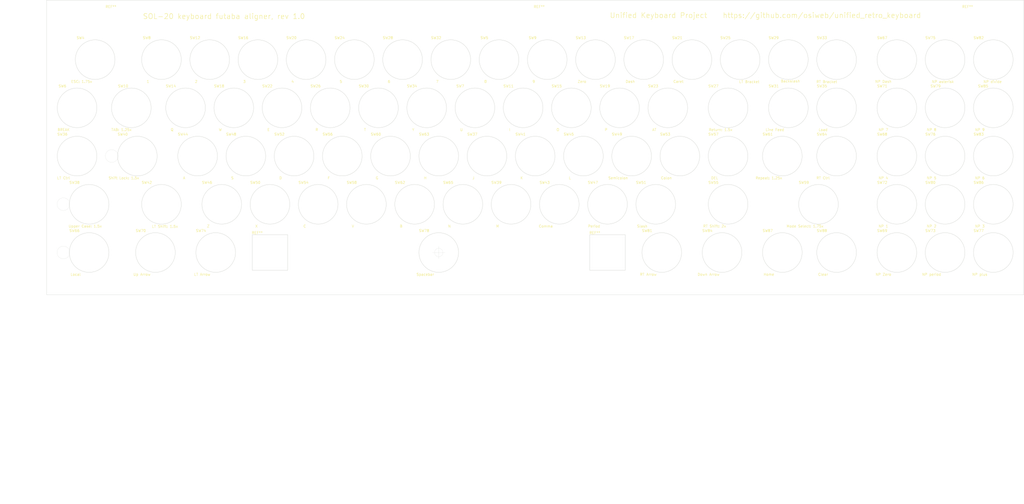
<source format=kicad_pcb>
(kicad_pcb (version 20171130) (host pcbnew "(5.1.5-0-10_14)")

  (general
    (thickness 1.6)
    (drawings 11)
    (tracks 0)
    (zones 0)
    (modules 90)
    (nets 1)
  )

  (page C)
  (title_block
    (title "Unified Retro Keyboard")
    (date 2019-08-25)
    (rev 1.3)
    (company OSIWeb.org)
    (comment 1 "Key matrix w/ LED")
  )

  (layers
    (0 F.Cu signal)
    (31 B.Cu signal)
    (32 B.Adhes user)
    (33 F.Adhes user)
    (34 B.Paste user)
    (35 F.Paste user)
    (36 B.SilkS user)
    (37 F.SilkS user)
    (38 B.Mask user)
    (39 F.Mask user)
    (40 Dwgs.User user)
    (41 Cmts.User user)
    (42 Eco1.User user)
    (43 Eco2.User user)
    (44 Edge.Cuts user)
    (45 Margin user)
    (46 B.CrtYd user)
    (47 F.CrtYd user)
    (48 B.Fab user)
    (49 F.Fab user)
  )

  (setup
    (last_trace_width 0.254)
    (user_trace_width 0.254)
    (user_trace_width 0.508)
    (user_trace_width 1.27)
    (trace_clearance 0.2)
    (zone_clearance 0.508)
    (zone_45_only no)
    (trace_min 0.2)
    (via_size 0.8128)
    (via_drill 0.4064)
    (via_min_size 0.4)
    (via_min_drill 0.3)
    (user_via 1.27 0.7112)
    (uvia_size 0.3048)
    (uvia_drill 0.1016)
    (uvias_allowed no)
    (uvia_min_size 0.2)
    (uvia_min_drill 0.1)
    (edge_width 0.05)
    (segment_width 0.2)
    (pcb_text_width 0.3)
    (pcb_text_size 1.5 1.5)
    (mod_edge_width 0.12)
    (mod_text_size 1 1)
    (mod_text_width 0.15)
    (pad_size 3.81 3.81)
    (pad_drill 3.81)
    (pad_to_mask_clearance 0)
    (aux_axis_origin 61.4172 179.1081)
    (grid_origin 76.835 223.393)
    (visible_elements 7FFFEFFF)
    (pcbplotparams
      (layerselection 0x010fc_ffffffff)
      (usegerberextensions false)
      (usegerberattributes false)
      (usegerberadvancedattributes false)
      (creategerberjobfile false)
      (excludeedgelayer true)
      (linewidth 0.100000)
      (plotframeref false)
      (viasonmask false)
      (mode 1)
      (useauxorigin false)
      (hpglpennumber 1)
      (hpglpenspeed 20)
      (hpglpendiameter 15.000000)
      (psnegative false)
      (psa4output false)
      (plotreference true)
      (plotvalue true)
      (plotinvisibletext false)
      (padsonsilk false)
      (subtractmaskfromsilk false)
      (outputformat 1)
      (mirror false)
      (drillshape 0)
      (scaleselection 1)
      (outputdirectory "outputs"))
  )

  (net 0 "")

  (net_class Default "This is the default net class."
    (clearance 0.2)
    (trace_width 0.254)
    (via_dia 0.8128)
    (via_drill 0.4064)
    (uvia_dia 0.3048)
    (uvia_drill 0.1016)
    (diff_pair_width 0.2032)
    (diff_pair_gap 0.254)
  )

  (net_class power1 ""
    (clearance 0.254)
    (trace_width 1.27)
    (via_dia 1.27)
    (via_drill 0.7112)
    (uvia_dia 0.3048)
    (uvia_drill 0.1016)
    (diff_pair_width 0.2032)
    (diff_pair_gap 0.254)
  )

  (net_class signal ""
    (clearance 0.2032)
    (trace_width 0.254)
    (via_dia 0.8128)
    (via_drill 0.4064)
    (uvia_dia 0.3048)
    (uvia_drill 0.1016)
    (diff_pair_width 0.2032)
    (diff_pair_gap 0.254)
  )

  (module "unikbd:Cherry aligner" (layer F.Cu) (tedit 5DA626D6) (tstamp 5E708667)
    (at 184.77738 206.79156)
    (fp_text reference REF** (at -5.0292 -7.7724) (layer F.SilkS)
      (effects (font (size 1 1) (thickness 0.15)))
    )
    (fp_text value "Cherry aligner" (at 0 7.9756) (layer B.Fab)
      (effects (font (size 1 1) (thickness 0.15)))
    )
    (fp_line (start -6.985 -6.985) (end -6.985 6.985) (layer Edge.Cuts) (width 0.12))
    (fp_line (start 6.985 6.985) (end 6.985 -6.985) (layer Edge.Cuts) (width 0.12))
    (fp_line (start -6.985 -6.985) (end 6.985 -6.985) (layer Edge.Cuts) (width 0.12))
    (fp_line (start -6.985 6.985) (end 6.985 6.985) (layer Edge.Cuts) (width 0.12))
  )

  (module "unikbd:Cherry aligner" (layer F.Cu) (tedit 5DA626D6) (tstamp 5E708643)
    (at 318.12738 206.79156)
    (fp_text reference REF** (at -5.0292 -7.7724) (layer F.SilkS)
      (effects (font (size 1 1) (thickness 0.15)))
    )
    (fp_text value "Cherry aligner" (at 0 7.9756) (layer B.Fab)
      (effects (font (size 1 1) (thickness 0.15)))
    )
    (fp_line (start -6.985 -6.985) (end -6.985 6.985) (layer Edge.Cuts) (width 0.12))
    (fp_line (start 6.985 6.985) (end 6.985 -6.985) (layer Edge.Cuts) (width 0.12))
    (fp_line (start -6.985 -6.985) (end 6.985 -6.985) (layer Edge.Cuts) (width 0.12))
    (fp_line (start -6.985 6.985) (end 6.985 6.985) (layer Edge.Cuts) (width 0.12))
  )

  (module unikbd:Futaba-MD-4PCS-aligner locked (layer F.Cu) (tedit 5DA63068) (tstamp 5E12D584)
    (at 251.45238 206.79156)
    (path /5E16AC8E/5E135ADC)
    (fp_text reference SW78 (at -5.7912 -8.6106) (layer F.SilkS)
      (effects (font (size 1 1) (thickness 0.15)))
    )
    (fp_text value Spacebar (at -5.334 8.6614) (layer F.SilkS)
      (effects (font (size 1 1) (thickness 0.15)))
    )
    (fp_circle (center 0 0) (end 7.8232 0) (layer Edge.Cuts) (width 0.12))
    (pad "" np_thru_hole circle (at -6.985 -6.985) (size 1.6256 1.6256) (drill 1.6256) (layers *.Cu *.Mask))
    (pad "" np_thru_hole circle (at -6.985 6.985) (size 1.6256 1.6256) (drill 1.6256) (layers *.Cu *.Mask))
    (pad "" np_thru_hole circle (at 6.985 6.985) (size 1.6256 1.6256) (drill 1.6256) (layers *.Cu *.Mask))
    (pad "" np_thru_hole circle (at 6.985 -6.985) (size 1.6256 1.6256) (drill 1.6256) (layers *.Cu *.Mask))
  )

  (module unikbd:Futaba-MD-4PCS-aligner locked (layer F.Cu) (tedit 5DA63068) (tstamp 5E12D3E0)
    (at 365.75238 168.69156)
    (path /5BC3E99D/5BC6CD79)
    (fp_text reference SW57 (at -5.7912 -8.6106) (layer F.SilkS)
      (effects (font (size 1 1) (thickness 0.15)))
    )
    (fp_text value DEL (at -5.334 8.6614) (layer F.SilkS)
      (effects (font (size 1 1) (thickness 0.15)))
    )
    (fp_circle (center 0 0) (end 7.8232 0) (layer Edge.Cuts) (width 0.12))
    (pad "" np_thru_hole circle (at -6.985 -6.985) (size 1.6256 1.6256) (drill 1.6256) (layers *.Cu *.Mask))
    (pad "" np_thru_hole circle (at -6.985 6.985) (size 1.6256 1.6256) (drill 1.6256) (layers *.Cu *.Mask))
    (pad "" np_thru_hole circle (at 6.985 6.985) (size 1.6256 1.6256) (drill 1.6256) (layers *.Cu *.Mask))
    (pad "" np_thru_hole circle (at 6.985 -6.985) (size 1.6256 1.6256) (drill 1.6256) (layers *.Cu *.Mask))
  )

  (module unikbd:Futaba-MD-4PCS-aligner locked (layer F.Cu) (tedit 5DA63068) (tstamp 5E12D3A4)
    (at 203.82738 187.74156)
    (path /5BC3E99D/5BC6CEF2)
    (fp_text reference SW54 (at -5.7912 -8.6106) (layer F.SilkS)
      (effects (font (size 1 1) (thickness 0.15)))
    )
    (fp_text value C (at -5.334 8.6614) (layer F.SilkS)
      (effects (font (size 1 1) (thickness 0.15)))
    )
    (fp_circle (center 0 0) (end 7.8232 0) (layer Edge.Cuts) (width 0.12))
    (pad "" np_thru_hole circle (at -6.985 -6.985) (size 1.6256 1.6256) (drill 1.6256) (layers *.Cu *.Mask))
    (pad "" np_thru_hole circle (at -6.985 6.985) (size 1.6256 1.6256) (drill 1.6256) (layers *.Cu *.Mask))
    (pad "" np_thru_hole circle (at 6.985 6.985) (size 1.6256 1.6256) (drill 1.6256) (layers *.Cu *.Mask))
    (pad "" np_thru_hole circle (at 6.985 -6.985) (size 1.6256 1.6256) (drill 1.6256) (layers *.Cu *.Mask))
  )

  (module unikbd:Futaba-MD-4PCS-aligner locked (layer F.Cu) (tedit 5DA63068) (tstamp 5E6EC726)
    (at 163.34613 206.79156)
    (path /5E16AC8E/5E1BE0F6)
    (fp_text reference SW74 (at -5.7912 -8.6106) (layer F.SilkS)
      (effects (font (size 1 1) (thickness 0.15)))
    )
    (fp_text value "LT Arrow" (at -5.334 8.6614) (layer F.SilkS)
      (effects (font (size 1 1) (thickness 0.15)))
    )
    (fp_circle (center 0 0) (end 7.8232 0) (layer Edge.Cuts) (width 0.12))
    (pad "" np_thru_hole circle (at -6.985 -6.985) (size 1.6256 1.6256) (drill 1.6256) (layers *.Cu *.Mask))
    (pad "" np_thru_hole circle (at -6.985 6.985) (size 1.6256 1.6256) (drill 1.6256) (layers *.Cu *.Mask))
    (pad "" np_thru_hole circle (at 6.985 6.985) (size 1.6256 1.6256) (drill 1.6256) (layers *.Cu *.Mask))
    (pad "" np_thru_hole circle (at 6.985 -6.985) (size 1.6256 1.6256) (drill 1.6256) (layers *.Cu *.Mask))
  )

  (module unikbd:Futaba-MD-4PCS-aligner locked (layer F.Cu) (tedit 5DA63068) (tstamp 5E120789)
    (at 470.52738 149.64156)
    (path /5E16AC8E/5E1BE103)
    (fp_text reference SW85 (at -4.03098 -8.56996) (layer F.SilkS)
      (effects (font (size 1 1) (thickness 0.15)))
    )
    (fp_text value "NP 9" (at -5.334 8.6614) (layer F.SilkS)
      (effects (font (size 1 1) (thickness 0.15)))
    )
    (fp_circle (center 0 0) (end 7.8232 0) (layer Edge.Cuts) (width 0.12))
    (pad "" np_thru_hole circle (at -6.985 -6.985) (size 1.6256 1.6256) (drill 1.6256) (layers *.Cu *.Mask))
    (pad "" np_thru_hole circle (at -6.985 6.985) (size 1.6256 1.6256) (drill 1.6256) (layers *.Cu *.Mask))
    (pad "" np_thru_hole circle (at 6.985 6.985) (size 1.6256 1.6256) (drill 1.6256) (layers *.Cu *.Mask))
    (pad "" np_thru_hole circle (at 6.985 -6.985) (size 1.6256 1.6256) (drill 1.6256) (layers *.Cu *.Mask))
  )

  (module unikbd:Futaba-MD-4PCS-aligner locked (layer F.Cu) (tedit 5DA63068) (tstamp 5E12D1C4)
    (at 227.63988 149.64156)
    (path /5BC3EA0A/5BCAF420)
    (fp_text reference SW30 (at -5.7912 -8.6106) (layer F.SilkS)
      (effects (font (size 1 1) (thickness 0.15)))
    )
    (fp_text value T (at -5.334 8.6614) (layer F.SilkS)
      (effects (font (size 1 1) (thickness 0.15)))
    )
    (fp_circle (center 0 0) (end 7.8232 0) (layer Edge.Cuts) (width 0.12))
    (pad "" np_thru_hole circle (at -6.985 -6.985) (size 1.6256 1.6256) (drill 1.6256) (layers *.Cu *.Mask))
    (pad "" np_thru_hole circle (at -6.985 6.985) (size 1.6256 1.6256) (drill 1.6256) (layers *.Cu *.Mask))
    (pad "" np_thru_hole circle (at 6.985 6.985) (size 1.6256 1.6256) (drill 1.6256) (layers *.Cu *.Mask))
    (pad "" np_thru_hole circle (at 6.985 -6.985) (size 1.6256 1.6256) (drill 1.6256) (layers *.Cu *.Mask))
  )

  (module unikbd:Futaba-MD-4PCS-aligner locked (layer F.Cu) (tedit 5DA63068) (tstamp 5E12D64C)
    (at 408.61488 206.79156)
    (path /5E16AC8E/5E1BE0F8)
    (fp_text reference SW88 (at -5.7912 -8.6106) (layer F.SilkS)
      (effects (font (size 1 1) (thickness 0.15)))
    )
    (fp_text value Clear (at -5.334 8.6614) (layer F.SilkS)
      (effects (font (size 1 1) (thickness 0.15)))
    )
    (fp_circle (center 0 0) (end 7.8232 0) (layer Edge.Cuts) (width 0.12))
    (pad "" np_thru_hole circle (at -6.985 -6.985) (size 1.6256 1.6256) (drill 1.6256) (layers *.Cu *.Mask))
    (pad "" np_thru_hole circle (at -6.985 6.985) (size 1.6256 1.6256) (drill 1.6256) (layers *.Cu *.Mask))
    (pad "" np_thru_hole circle (at 6.985 6.985) (size 1.6256 1.6256) (drill 1.6256) (layers *.Cu *.Mask))
    (pad "" np_thru_hole circle (at 6.985 -6.985) (size 1.6256 1.6256) (drill 1.6256) (layers *.Cu *.Mask))
  )

  (module unikbd:Futaba-MD-4PCS-aligner locked (layer F.Cu) (tedit 5DA63068) (tstamp 5E12D638)
    (at 387.18363 206.79156)
    (path /5E16AC8E/5E1BE0F9)
    (fp_text reference SW87 (at -5.7912 -8.6106) (layer F.SilkS)
      (effects (font (size 1 1) (thickness 0.15)))
    )
    (fp_text value Home (at -5.334 8.6614) (layer F.SilkS)
      (effects (font (size 1 1) (thickness 0.15)))
    )
    (fp_circle (center 0 0) (end 7.8232 0) (layer Edge.Cuts) (width 0.12))
    (pad "" np_thru_hole circle (at -6.985 -6.985) (size 1.6256 1.6256) (drill 1.6256) (layers *.Cu *.Mask))
    (pad "" np_thru_hole circle (at -6.985 6.985) (size 1.6256 1.6256) (drill 1.6256) (layers *.Cu *.Mask))
    (pad "" np_thru_hole circle (at 6.985 6.985) (size 1.6256 1.6256) (drill 1.6256) (layers *.Cu *.Mask))
    (pad "" np_thru_hole circle (at 6.985 -6.985) (size 1.6256 1.6256) (drill 1.6256) (layers *.Cu *.Mask))
  )

  (module unikbd:Futaba-MD-4PCS-aligner locked (layer F.Cu) (tedit 5DA63068) (tstamp 5E12D624)
    (at 470.52738 187.74156)
    (path /5E16AC8E/5E1BE10E)
    (fp_text reference SW86 (at -5.7912 -8.6106) (layer F.SilkS)
      (effects (font (size 1 1) (thickness 0.15)))
    )
    (fp_text value "NP 3" (at -5.334 8.6614) (layer F.SilkS)
      (effects (font (size 1 1) (thickness 0.15)))
    )
    (fp_circle (center 0 0) (end 7.8232 0) (layer Edge.Cuts) (width 0.12))
    (pad "" np_thru_hole circle (at -6.985 -6.985) (size 1.6256 1.6256) (drill 1.6256) (layers *.Cu *.Mask))
    (pad "" np_thru_hole circle (at -6.985 6.985) (size 1.6256 1.6256) (drill 1.6256) (layers *.Cu *.Mask))
    (pad "" np_thru_hole circle (at 6.985 6.985) (size 1.6256 1.6256) (drill 1.6256) (layers *.Cu *.Mask))
    (pad "" np_thru_hole circle (at 6.985 -6.985) (size 1.6256 1.6256) (drill 1.6256) (layers *.Cu *.Mask))
  )

  (module unikbd:Futaba-MD-4PCS-aligner locked (layer F.Cu) (tedit 5DA63068) (tstamp 5E12D5FC)
    (at 363.37113 206.79156)
    (path /5E16AC8E/5E1BE0F7)
    (fp_text reference SW84 (at -5.7912 -8.6106) (layer F.SilkS)
      (effects (font (size 1 1) (thickness 0.15)))
    )
    (fp_text value "Down Arrow" (at -5.334 8.6614) (layer F.SilkS)
      (effects (font (size 1 1) (thickness 0.15)))
    )
    (fp_circle (center 0 0) (end 7.8232 0) (layer Edge.Cuts) (width 0.12))
    (pad "" np_thru_hole circle (at -6.985 -6.985) (size 1.6256 1.6256) (drill 1.6256) (layers *.Cu *.Mask))
    (pad "" np_thru_hole circle (at -6.985 6.985) (size 1.6256 1.6256) (drill 1.6256) (layers *.Cu *.Mask))
    (pad "" np_thru_hole circle (at 6.985 6.985) (size 1.6256 1.6256) (drill 1.6256) (layers *.Cu *.Mask))
    (pad "" np_thru_hole circle (at 6.985 -6.985) (size 1.6256 1.6256) (drill 1.6256) (layers *.Cu *.Mask))
  )

  (module unikbd:Futaba-MD-4PCS-aligner locked (layer F.Cu) (tedit 5DA63068) (tstamp 5E12D5E8)
    (at 470.52738 168.69156)
    (path /5E16AC8E/5E1BE10D)
    (fp_text reference SW83 (at -5.7912 -8.6106) (layer F.SilkS)
      (effects (font (size 1 1) (thickness 0.15)))
    )
    (fp_text value "NP 6" (at -5.334 8.6614) (layer F.SilkS)
      (effects (font (size 1 1) (thickness 0.15)))
    )
    (fp_circle (center 0 0) (end 7.8232 0) (layer Edge.Cuts) (width 0.12))
    (pad "" np_thru_hole circle (at -6.985 -6.985) (size 1.6256 1.6256) (drill 1.6256) (layers *.Cu *.Mask))
    (pad "" np_thru_hole circle (at -6.985 6.985) (size 1.6256 1.6256) (drill 1.6256) (layers *.Cu *.Mask))
    (pad "" np_thru_hole circle (at 6.985 6.985) (size 1.6256 1.6256) (drill 1.6256) (layers *.Cu *.Mask))
    (pad "" np_thru_hole circle (at 6.985 -6.985) (size 1.6256 1.6256) (drill 1.6256) (layers *.Cu *.Mask))
  )

  (module unikbd:Futaba-MD-4PCS-aligner locked (layer F.Cu) (tedit 5DA63068) (tstamp 5E12D5D4)
    (at 470.52738 130.59156)
    (path /5E16AC8E/5E1BE102)
    (fp_text reference SW82 (at -5.7912 -8.6106) (layer F.SilkS)
      (effects (font (size 1 1) (thickness 0.15)))
    )
    (fp_text value "NP divide" (at -0.29718 8.72744) (layer F.SilkS)
      (effects (font (size 1 1) (thickness 0.15)))
    )
    (fp_circle (center 0 0) (end 7.8232 0) (layer Edge.Cuts) (width 0.12))
    (pad "" np_thru_hole circle (at -6.985 -6.985) (size 1.6256 1.6256) (drill 1.6256) (layers *.Cu *.Mask))
    (pad "" np_thru_hole circle (at -6.985 6.985) (size 1.6256 1.6256) (drill 1.6256) (layers *.Cu *.Mask))
    (pad "" np_thru_hole circle (at 6.985 6.985) (size 1.6256 1.6256) (drill 1.6256) (layers *.Cu *.Mask))
    (pad "" np_thru_hole circle (at 6.985 -6.985) (size 1.6256 1.6256) (drill 1.6256) (layers *.Cu *.Mask))
  )

  (module unikbd:Futaba-MD-4PCS-aligner locked (layer F.Cu) (tedit 5DA63068) (tstamp 5E10B4C4)
    (at 339.55863 206.79156)
    (path /5E16AC8E/5E1BE119)
    (fp_text reference SW81 (at -5.7912 -8.6106) (layer F.SilkS)
      (effects (font (size 1 1) (thickness 0.15)))
    )
    (fp_text value "RT Arrow" (at -5.334 8.6614) (layer F.SilkS)
      (effects (font (size 1 1) (thickness 0.15)))
    )
    (fp_circle (center 0 0) (end 7.8232 0) (layer Edge.Cuts) (width 0.12))
    (pad "" np_thru_hole circle (at -6.985 -6.985) (size 1.6256 1.6256) (drill 1.6256) (layers *.Cu *.Mask))
    (pad "" np_thru_hole circle (at -6.985 6.985) (size 1.6256 1.6256) (drill 1.6256) (layers *.Cu *.Mask))
    (pad "" np_thru_hole circle (at 6.985 6.985) (size 1.6256 1.6256) (drill 1.6256) (layers *.Cu *.Mask))
    (pad "" np_thru_hole circle (at 6.985 -6.985) (size 1.6256 1.6256) (drill 1.6256) (layers *.Cu *.Mask))
  )

  (module unikbd:Futaba-MD-4PCS-aligner locked (layer F.Cu) (tedit 5DA63068) (tstamp 5E12D5AC)
    (at 451.47738 187.74156)
    (path /5E16AC8E/5E1BE10B)
    (fp_text reference SW80 (at -5.7912 -8.6106) (layer F.SilkS)
      (effects (font (size 1 1) (thickness 0.15)))
    )
    (fp_text value "NP 2" (at -5.334 8.6614) (layer F.SilkS)
      (effects (font (size 1 1) (thickness 0.15)))
    )
    (fp_circle (center 0 0) (end 7.8232 0) (layer Edge.Cuts) (width 0.12))
    (pad "" np_thru_hole circle (at -6.985 -6.985) (size 1.6256 1.6256) (drill 1.6256) (layers *.Cu *.Mask))
    (pad "" np_thru_hole circle (at -6.985 6.985) (size 1.6256 1.6256) (drill 1.6256) (layers *.Cu *.Mask))
    (pad "" np_thru_hole circle (at 6.985 6.985) (size 1.6256 1.6256) (drill 1.6256) (layers *.Cu *.Mask))
    (pad "" np_thru_hole circle (at 6.985 -6.985) (size 1.6256 1.6256) (drill 1.6256) (layers *.Cu *.Mask))
  )

  (module unikbd:Futaba-MD-4PCS-aligner locked (layer F.Cu) (tedit 5DA63068) (tstamp 5E12D598)
    (at 451.47738 149.64156)
    (path /5E16AC8E/5E1BE100)
    (fp_text reference SW79 (at -3.75158 -8.56996) (layer F.SilkS)
      (effects (font (size 1 1) (thickness 0.15)))
    )
    (fp_text value "NP 8" (at -5.334 8.6614) (layer F.SilkS)
      (effects (font (size 1 1) (thickness 0.15)))
    )
    (fp_circle (center 0 0) (end 7.8232 0) (layer Edge.Cuts) (width 0.12))
    (pad "" np_thru_hole circle (at -6.985 -6.985) (size 1.6256 1.6256) (drill 1.6256) (layers *.Cu *.Mask))
    (pad "" np_thru_hole circle (at -6.985 6.985) (size 1.6256 1.6256) (drill 1.6256) (layers *.Cu *.Mask))
    (pad "" np_thru_hole circle (at 6.985 6.985) (size 1.6256 1.6256) (drill 1.6256) (layers *.Cu *.Mask))
    (pad "" np_thru_hole circle (at 6.985 -6.985) (size 1.6256 1.6256) (drill 1.6256) (layers *.Cu *.Mask))
  )

  (module unikbd:Futaba-MD-4PCS-aligner locked (layer F.Cu) (tedit 5DA63068) (tstamp 5E12D570)
    (at 470.52738 206.79156)
    (path /5E16AC8E/5E1BE116)
    (fp_text reference SW77 (at -5.7912 -8.6106) (layer F.SilkS)
      (effects (font (size 1 1) (thickness 0.15)))
    )
    (fp_text value "NP plus" (at -5.334 8.6614) (layer F.SilkS)
      (effects (font (size 1 1) (thickness 0.15)))
    )
    (fp_circle (center 0 0) (end 7.8232 0) (layer Edge.Cuts) (width 0.12))
    (pad "" np_thru_hole circle (at -6.985 -6.985) (size 1.6256 1.6256) (drill 1.6256) (layers *.Cu *.Mask))
    (pad "" np_thru_hole circle (at -6.985 6.985) (size 1.6256 1.6256) (drill 1.6256) (layers *.Cu *.Mask))
    (pad "" np_thru_hole circle (at 6.985 6.985) (size 1.6256 1.6256) (drill 1.6256) (layers *.Cu *.Mask))
    (pad "" np_thru_hole circle (at 6.985 -6.985) (size 1.6256 1.6256) (drill 1.6256) (layers *.Cu *.Mask))
  )

  (module unikbd:Futaba-MD-4PCS-aligner locked (layer F.Cu) (tedit 5DA63068) (tstamp 5E12D55C)
    (at 451.47738 168.69156)
    (path /5E16AC8E/5E1BE10C)
    (fp_text reference SW76 (at -5.7912 -8.6106) (layer F.SilkS)
      (effects (font (size 1 1) (thickness 0.15)))
    )
    (fp_text value "NP 5" (at -5.334 8.6614) (layer F.SilkS)
      (effects (font (size 1 1) (thickness 0.15)))
    )
    (fp_circle (center 0 0) (end 7.8232 0) (layer Edge.Cuts) (width 0.12))
    (pad "" np_thru_hole circle (at -6.985 -6.985) (size 1.6256 1.6256) (drill 1.6256) (layers *.Cu *.Mask))
    (pad "" np_thru_hole circle (at -6.985 6.985) (size 1.6256 1.6256) (drill 1.6256) (layers *.Cu *.Mask))
    (pad "" np_thru_hole circle (at 6.985 6.985) (size 1.6256 1.6256) (drill 1.6256) (layers *.Cu *.Mask))
    (pad "" np_thru_hole circle (at 6.985 -6.985) (size 1.6256 1.6256) (drill 1.6256) (layers *.Cu *.Mask))
  )

  (module unikbd:Futaba-MD-4PCS-aligner locked (layer F.Cu) (tedit 5DA63068) (tstamp 5E114E20)
    (at 451.47738 130.59156)
    (path /5E16AC8E/5E1BE101)
    (fp_text reference SW75 (at -5.7912 -8.6106) (layer F.SilkS)
      (effects (font (size 1 1) (thickness 0.15)))
    )
    (fp_text value "NP asterisk" (at -0.88138 8.72744) (layer F.SilkS)
      (effects (font (size 1 1) (thickness 0.15)))
    )
    (fp_circle (center 0 0) (end 7.8232 0) (layer Edge.Cuts) (width 0.12))
    (pad "" np_thru_hole circle (at -6.985 -6.985) (size 1.6256 1.6256) (drill 1.6256) (layers *.Cu *.Mask))
    (pad "" np_thru_hole circle (at -6.985 6.985) (size 1.6256 1.6256) (drill 1.6256) (layers *.Cu *.Mask))
    (pad "" np_thru_hole circle (at 6.985 6.985) (size 1.6256 1.6256) (drill 1.6256) (layers *.Cu *.Mask))
    (pad "" np_thru_hole circle (at 6.985 -6.985) (size 1.6256 1.6256) (drill 1.6256) (layers *.Cu *.Mask))
  )

  (module unikbd:Futaba-MD-4PCS-aligner locked (layer F.Cu) (tedit 5DA63068) (tstamp 5E12D520)
    (at 451.47738 206.79156)
    (path /5E16AC8E/5BC6D0AD)
    (fp_text reference SW73 (at -5.7912 -8.6106) (layer F.SilkS)
      (effects (font (size 1 1) (thickness 0.15)))
    )
    (fp_text value "NP period" (at -5.334 8.6614) (layer F.SilkS)
      (effects (font (size 1 1) (thickness 0.15)))
    )
    (fp_circle (center 0 0) (end 7.8232 0) (layer Edge.Cuts) (width 0.12))
    (pad "" np_thru_hole circle (at -6.985 -6.985) (size 1.6256 1.6256) (drill 1.6256) (layers *.Cu *.Mask))
    (pad "" np_thru_hole circle (at -6.985 6.985) (size 1.6256 1.6256) (drill 1.6256) (layers *.Cu *.Mask))
    (pad "" np_thru_hole circle (at 6.985 6.985) (size 1.6256 1.6256) (drill 1.6256) (layers *.Cu *.Mask))
    (pad "" np_thru_hole circle (at 6.985 -6.985) (size 1.6256 1.6256) (drill 1.6256) (layers *.Cu *.Mask))
  )

  (module unikbd:Futaba-MD-4PCS-aligner locked (layer F.Cu) (tedit 5DA63068) (tstamp 5E12D50C)
    (at 432.42738 187.74156)
    (path /5E16AC8E/5E1BE10A)
    (fp_text reference SW72 (at -5.7912 -8.6106) (layer F.SilkS)
      (effects (font (size 1 1) (thickness 0.15)))
    )
    (fp_text value "NP 1" (at -5.334 8.6614) (layer F.SilkS)
      (effects (font (size 1 1) (thickness 0.15)))
    )
    (fp_circle (center 0 0) (end 7.8232 0) (layer Edge.Cuts) (width 0.12))
    (pad "" np_thru_hole circle (at -6.985 -6.985) (size 1.6256 1.6256) (drill 1.6256) (layers *.Cu *.Mask))
    (pad "" np_thru_hole circle (at -6.985 6.985) (size 1.6256 1.6256) (drill 1.6256) (layers *.Cu *.Mask))
    (pad "" np_thru_hole circle (at 6.985 6.985) (size 1.6256 1.6256) (drill 1.6256) (layers *.Cu *.Mask))
    (pad "" np_thru_hole circle (at 6.985 -6.985) (size 1.6256 1.6256) (drill 1.6256) (layers *.Cu *.Mask))
  )

  (module unikbd:Futaba-MD-4PCS-aligner locked (layer F.Cu) (tedit 5DA63068) (tstamp 5E12D4F8)
    (at 432.42738 149.64156)
    (path /5E16AC8E/5E1BE0FF)
    (fp_text reference SW71 (at -5.7912 -8.6106) (layer F.SilkS)
      (effects (font (size 1 1) (thickness 0.15)))
    )
    (fp_text value "NP 7" (at -5.334 8.6614) (layer F.SilkS)
      (effects (font (size 1 1) (thickness 0.15)))
    )
    (fp_circle (center 0 0) (end 7.8232 0) (layer Edge.Cuts) (width 0.12))
    (pad "" np_thru_hole circle (at -6.985 -6.985) (size 1.6256 1.6256) (drill 1.6256) (layers *.Cu *.Mask))
    (pad "" np_thru_hole circle (at -6.985 6.985) (size 1.6256 1.6256) (drill 1.6256) (layers *.Cu *.Mask))
    (pad "" np_thru_hole circle (at 6.985 6.985) (size 1.6256 1.6256) (drill 1.6256) (layers *.Cu *.Mask))
    (pad "" np_thru_hole circle (at 6.985 -6.985) (size 1.6256 1.6256) (drill 1.6256) (layers *.Cu *.Mask))
  )

  (module unikbd:Futaba-MD-4PCS-aligner locked (layer F.Cu) (tedit 5DA63068) (tstamp 5E12D4E4)
    (at 139.53363 206.79156)
    (path /5E16AC8E/5E1BE0F5)
    (fp_text reference SW70 (at -5.7912 -8.6106) (layer F.SilkS)
      (effects (font (size 1 1) (thickness 0.15)))
    )
    (fp_text value "Up Arrow" (at -5.334 8.6614) (layer F.SilkS)
      (effects (font (size 1 1) (thickness 0.15)))
    )
    (fp_circle (center 0 0) (end 7.8232 0) (layer Edge.Cuts) (width 0.12))
    (pad "" np_thru_hole circle (at -6.985 -6.985) (size 1.6256 1.6256) (drill 1.6256) (layers *.Cu *.Mask))
    (pad "" np_thru_hole circle (at -6.985 6.985) (size 1.6256 1.6256) (drill 1.6256) (layers *.Cu *.Mask))
    (pad "" np_thru_hole circle (at 6.985 6.985) (size 1.6256 1.6256) (drill 1.6256) (layers *.Cu *.Mask))
    (pad "" np_thru_hole circle (at 6.985 -6.985) (size 1.6256 1.6256) (drill 1.6256) (layers *.Cu *.Mask))
  )

  (module unikbd:Futaba-MD-4PCS-aligner locked (layer F.Cu) (tedit 5DA63068) (tstamp 5E12D4D0)
    (at 432.42738 206.79156)
    (path /5E16AC8E/5E149AE2)
    (fp_text reference SW69 (at -5.7912 -8.6106) (layer F.SilkS)
      (effects (font (size 1 1) (thickness 0.15)))
    )
    (fp_text value "NP Zero" (at -5.334 8.6614) (layer F.SilkS)
      (effects (font (size 1 1) (thickness 0.15)))
    )
    (fp_circle (center 0 0) (end 7.8232 0) (layer Edge.Cuts) (width 0.12))
    (pad "" np_thru_hole circle (at -6.985 -6.985) (size 1.6256 1.6256) (drill 1.6256) (layers *.Cu *.Mask))
    (pad "" np_thru_hole circle (at -6.985 6.985) (size 1.6256 1.6256) (drill 1.6256) (layers *.Cu *.Mask))
    (pad "" np_thru_hole circle (at 6.985 6.985) (size 1.6256 1.6256) (drill 1.6256) (layers *.Cu *.Mask))
    (pad "" np_thru_hole circle (at 6.985 -6.985) (size 1.6256 1.6256) (drill 1.6256) (layers *.Cu *.Mask))
  )

  (module unikbd:Futaba-MD-4PCS-aligner locked (layer F.Cu) (tedit 5DA63068) (tstamp 5E12D4BC)
    (at 432.42738 168.69156)
    (path /5E16AC8E/5E1BE109)
    (fp_text reference SW68 (at -5.7912 -8.6106) (layer F.SilkS)
      (effects (font (size 1 1) (thickness 0.15)))
    )
    (fp_text value "NP 4" (at -5.334 8.6614) (layer F.SilkS)
      (effects (font (size 1 1) (thickness 0.15)))
    )
    (fp_circle (center 0 0) (end 7.8232 0) (layer Edge.Cuts) (width 0.12))
    (pad "" np_thru_hole circle (at -6.985 -6.985) (size 1.6256 1.6256) (drill 1.6256) (layers *.Cu *.Mask))
    (pad "" np_thru_hole circle (at -6.985 6.985) (size 1.6256 1.6256) (drill 1.6256) (layers *.Cu *.Mask))
    (pad "" np_thru_hole circle (at 6.985 6.985) (size 1.6256 1.6256) (drill 1.6256) (layers *.Cu *.Mask))
    (pad "" np_thru_hole circle (at 6.985 -6.985) (size 1.6256 1.6256) (drill 1.6256) (layers *.Cu *.Mask))
  )

  (module unikbd:Futaba-MD-4PCS-aligner locked (layer F.Cu) (tedit 5DA63068) (tstamp 5E12D4A8)
    (at 432.42738 130.59156)
    (path /5E16AC8E/5E13E76B)
    (fp_text reference SW67 (at -5.7912 -8.6106) (layer F.SilkS)
      (effects (font (size 1 1) (thickness 0.15)))
    )
    (fp_text value "NP Dash" (at -5.334 8.6614) (layer F.SilkS)
      (effects (font (size 1 1) (thickness 0.15)))
    )
    (fp_circle (center 0 0) (end 7.8232 0) (layer Edge.Cuts) (width 0.12))
    (pad "" np_thru_hole circle (at -6.985 -6.985) (size 1.6256 1.6256) (drill 1.6256) (layers *.Cu *.Mask))
    (pad "" np_thru_hole circle (at -6.985 6.985) (size 1.6256 1.6256) (drill 1.6256) (layers *.Cu *.Mask))
    (pad "" np_thru_hole circle (at 6.985 6.985) (size 1.6256 1.6256) (drill 1.6256) (layers *.Cu *.Mask))
    (pad "" np_thru_hole circle (at 6.985 -6.985) (size 1.6256 1.6256) (drill 1.6256) (layers *.Cu *.Mask))
  )

  (module unikbd:Futaba-MD-4PCS-aligner locked (layer F.Cu) (tedit 5DA63068) (tstamp 5E12D494)
    (at 113.33988 206.79156)
    (path /5E16AC8E/5E12EFC1)
    (fp_text reference SW66 (at -5.7912 -8.6106) (layer F.SilkS)
      (effects (font (size 1 1) (thickness 0.15)))
    )
    (fp_text value Local (at -5.334 8.6614) (layer F.SilkS)
      (effects (font (size 1 1) (thickness 0.15)))
    )
    (fp_circle (center 0 0) (end 7.8232 0) (layer Edge.Cuts) (width 0.12))
    (pad "" np_thru_hole circle (at -6.985 -6.985) (size 1.6256 1.6256) (drill 1.6256) (layers *.Cu *.Mask))
    (pad "" np_thru_hole circle (at -6.985 6.985) (size 1.6256 1.6256) (drill 1.6256) (layers *.Cu *.Mask))
    (pad "" np_thru_hole circle (at 6.985 6.985) (size 1.6256 1.6256) (drill 1.6256) (layers *.Cu *.Mask))
    (pad "" np_thru_hole circle (at 6.985 -6.985) (size 1.6256 1.6256) (drill 1.6256) (layers *.Cu *.Mask))
  )

  (module unikbd:Futaba-MD-4PCS-aligner locked (layer F.Cu) (tedit 5DA63068) (tstamp 5E12D480)
    (at 260.97738 187.74156)
    (path /5BC3E99D/5BC6CF00)
    (fp_text reference SW65 (at -5.7912 -8.6106) (layer F.SilkS)
      (effects (font (size 1 1) (thickness 0.15)))
    )
    (fp_text value N (at -5.334 8.6614) (layer F.SilkS)
      (effects (font (size 1 1) (thickness 0.15)))
    )
    (fp_circle (center 0 0) (end 7.8232 0) (layer Edge.Cuts) (width 0.12))
    (pad "" np_thru_hole circle (at -6.985 -6.985) (size 1.6256 1.6256) (drill 1.6256) (layers *.Cu *.Mask))
    (pad "" np_thru_hole circle (at -6.985 6.985) (size 1.6256 1.6256) (drill 1.6256) (layers *.Cu *.Mask))
    (pad "" np_thru_hole circle (at 6.985 6.985) (size 1.6256 1.6256) (drill 1.6256) (layers *.Cu *.Mask))
    (pad "" np_thru_hole circle (at 6.985 -6.985) (size 1.6256 1.6256) (drill 1.6256) (layers *.Cu *.Mask))
  )

  (module unikbd:Futaba-MD-4PCS-aligner locked (layer F.Cu) (tedit 5DA63068) (tstamp 5E12D46C)
    (at 408.61488 168.69156)
    (path /5BC3E99D/5BC6CD80)
    (fp_text reference SW64 (at -5.7912 -8.6106) (layer F.SilkS)
      (effects (font (size 1 1) (thickness 0.15)))
    )
    (fp_text value "RT Ctrl" (at -5.334 8.6614) (layer F.SilkS)
      (effects (font (size 1 1) (thickness 0.15)))
    )
    (fp_circle (center 0 0) (end 7.8232 0) (layer Edge.Cuts) (width 0.12))
    (pad "" np_thru_hole circle (at -6.985 -6.985) (size 1.6256 1.6256) (drill 1.6256) (layers *.Cu *.Mask))
    (pad "" np_thru_hole circle (at -6.985 6.985) (size 1.6256 1.6256) (drill 1.6256) (layers *.Cu *.Mask))
    (pad "" np_thru_hole circle (at 6.985 6.985) (size 1.6256 1.6256) (drill 1.6256) (layers *.Cu *.Mask))
    (pad "" np_thru_hole circle (at 6.985 -6.985) (size 1.6256 1.6256) (drill 1.6256) (layers *.Cu *.Mask))
  )

  (module unikbd:Futaba-MD-4PCS-aligner locked (layer F.Cu) (tedit 5DA63068) (tstamp 5E12D458)
    (at 251.45238 168.69156)
    (path /5BC3E99D/5BC3FF70)
    (fp_text reference SW63 (at -5.7912 -8.6106) (layer F.SilkS)
      (effects (font (size 1 1) (thickness 0.15)))
    )
    (fp_text value H (at -5.334 8.6614) (layer F.SilkS)
      (effects (font (size 1 1) (thickness 0.15)))
    )
    (fp_circle (center 0 0) (end 7.8232 0) (layer Edge.Cuts) (width 0.12))
    (pad "" np_thru_hole circle (at -6.985 -6.985) (size 1.6256 1.6256) (drill 1.6256) (layers *.Cu *.Mask))
    (pad "" np_thru_hole circle (at -6.985 6.985) (size 1.6256 1.6256) (drill 1.6256) (layers *.Cu *.Mask))
    (pad "" np_thru_hole circle (at 6.985 6.985) (size 1.6256 1.6256) (drill 1.6256) (layers *.Cu *.Mask))
    (pad "" np_thru_hole circle (at 6.985 -6.985) (size 1.6256 1.6256) (drill 1.6256) (layers *.Cu *.Mask))
  )

  (module unikbd:Futaba-MD-4PCS-aligner locked (layer F.Cu) (tedit 5DA63068) (tstamp 5E12D444)
    (at 241.92738 187.74156)
    (path /5BC3E99D/5BC6CF07)
    (fp_text reference SW62 (at -5.7912 -8.6106) (layer F.SilkS)
      (effects (font (size 1 1) (thickness 0.15)))
    )
    (fp_text value B (at -5.334 8.6614) (layer F.SilkS)
      (effects (font (size 1 1) (thickness 0.15)))
    )
    (fp_circle (center 0 0) (end 7.8232 0) (layer Edge.Cuts) (width 0.12))
    (pad "" np_thru_hole circle (at -6.985 -6.985) (size 1.6256 1.6256) (drill 1.6256) (layers *.Cu *.Mask))
    (pad "" np_thru_hole circle (at -6.985 6.985) (size 1.6256 1.6256) (drill 1.6256) (layers *.Cu *.Mask))
    (pad "" np_thru_hole circle (at 6.985 6.985) (size 1.6256 1.6256) (drill 1.6256) (layers *.Cu *.Mask))
    (pad "" np_thru_hole circle (at 6.985 -6.985) (size 1.6256 1.6256) (drill 1.6256) (layers *.Cu *.Mask))
  )

  (module unikbd:Futaba-MD-4PCS-aligner locked (layer F.Cu) (tedit 5DA63068) (tstamp 5E12D430)
    (at 387.18363 168.69156)
    (path /5BC3E99D/5BC6CD87)
    (fp_text reference SW61 (at -5.7912 -8.6106) (layer F.SilkS)
      (effects (font (size 1 1) (thickness 0.15)))
    )
    (fp_text value "Repeat: 1.25x" (at -5.334 8.6614) (layer F.SilkS)
      (effects (font (size 1 1) (thickness 0.15)))
    )
    (fp_circle (center 0 0) (end 7.8232 0) (layer Edge.Cuts) (width 0.12))
    (pad "" np_thru_hole circle (at -6.985 -6.985) (size 1.6256 1.6256) (drill 1.6256) (layers *.Cu *.Mask))
    (pad "" np_thru_hole circle (at -6.985 6.985) (size 1.6256 1.6256) (drill 1.6256) (layers *.Cu *.Mask))
    (pad "" np_thru_hole circle (at 6.985 6.985) (size 1.6256 1.6256) (drill 1.6256) (layers *.Cu *.Mask))
    (pad "" np_thru_hole circle (at 6.985 -6.985) (size 1.6256 1.6256) (drill 1.6256) (layers *.Cu *.Mask))
  )

  (module unikbd:Futaba-MD-4PCS-aligner locked (layer F.Cu) (tedit 5DA63068) (tstamp 5E12D41C)
    (at 232.40238 168.69156)
    (path /5BC3E99D/5BC3FF77)
    (fp_text reference SW60 (at -5.7912 -8.6106) (layer F.SilkS)
      (effects (font (size 1 1) (thickness 0.15)))
    )
    (fp_text value G (at -5.334 8.6614) (layer F.SilkS)
      (effects (font (size 1 1) (thickness 0.15)))
    )
    (fp_circle (center 0 0) (end 7.8232 0) (layer Edge.Cuts) (width 0.12))
    (pad "" np_thru_hole circle (at -6.985 -6.985) (size 1.6256 1.6256) (drill 1.6256) (layers *.Cu *.Mask))
    (pad "" np_thru_hole circle (at -6.985 6.985) (size 1.6256 1.6256) (drill 1.6256) (layers *.Cu *.Mask))
    (pad "" np_thru_hole circle (at 6.985 6.985) (size 1.6256 1.6256) (drill 1.6256) (layers *.Cu *.Mask))
    (pad "" np_thru_hole circle (at 6.985 -6.985) (size 1.6256 1.6256) (drill 1.6256) (layers *.Cu *.Mask))
  )

  (module unikbd:Futaba-MD-4PCS-aligner locked (layer F.Cu) (tedit 5DA63068) (tstamp 5E12D408)
    (at 401.47113 187.74156)
    (path /5BC3E99D/5BC6D0C9)
    (fp_text reference SW59 (at -5.7912 -8.6106) (layer F.SilkS)
      (effects (font (size 1 1) (thickness 0.15)))
    )
    (fp_text value "Mode Select: 1.75x" (at -5.334 8.6614) (layer F.SilkS)
      (effects (font (size 1 1) (thickness 0.15)))
    )
    (fp_circle (center 0 0) (end 7.8232 0) (layer Edge.Cuts) (width 0.12))
    (pad "" np_thru_hole circle (at -6.985 -6.985) (size 1.6256 1.6256) (drill 1.6256) (layers *.Cu *.Mask))
    (pad "" np_thru_hole circle (at -6.985 6.985) (size 1.6256 1.6256) (drill 1.6256) (layers *.Cu *.Mask))
    (pad "" np_thru_hole circle (at 6.985 6.985) (size 1.6256 1.6256) (drill 1.6256) (layers *.Cu *.Mask))
    (pad "" np_thru_hole circle (at 6.985 -6.985) (size 1.6256 1.6256) (drill 1.6256) (layers *.Cu *.Mask))
  )

  (module unikbd:Futaba-MD-4PCS-aligner locked (layer F.Cu) (tedit 5DA63068) (tstamp 5E12D3F4)
    (at 222.87738 187.74156)
    (path /5BC3E99D/5BC6CEF9)
    (fp_text reference SW58 (at -5.7912 -8.6106) (layer F.SilkS)
      (effects (font (size 1 1) (thickness 0.15)))
    )
    (fp_text value V (at -5.334 8.6614) (layer F.SilkS)
      (effects (font (size 1 1) (thickness 0.15)))
    )
    (fp_circle (center 0 0) (end 7.8232 0) (layer Edge.Cuts) (width 0.12))
    (pad "" np_thru_hole circle (at -6.985 -6.985) (size 1.6256 1.6256) (drill 1.6256) (layers *.Cu *.Mask))
    (pad "" np_thru_hole circle (at -6.985 6.985) (size 1.6256 1.6256) (drill 1.6256) (layers *.Cu *.Mask))
    (pad "" np_thru_hole circle (at 6.985 6.985) (size 1.6256 1.6256) (drill 1.6256) (layers *.Cu *.Mask))
    (pad "" np_thru_hole circle (at 6.985 -6.985) (size 1.6256 1.6256) (drill 1.6256) (layers *.Cu *.Mask))
  )

  (module unikbd:Futaba-MD-4PCS-aligner locked (layer F.Cu) (tedit 5DA63068) (tstamp 5E12D3CC)
    (at 213.35238 168.69156)
    (path /5BC3E99D/5BC3FF69)
    (fp_text reference SW56 (at -5.7912 -8.6106) (layer F.SilkS)
      (effects (font (size 1 1) (thickness 0.15)))
    )
    (fp_text value F (at -5.334 8.6614) (layer F.SilkS)
      (effects (font (size 1 1) (thickness 0.15)))
    )
    (fp_circle (center 0 0) (end 7.8232 0) (layer Edge.Cuts) (width 0.12))
    (pad "" np_thru_hole circle (at -6.985 -6.985) (size 1.6256 1.6256) (drill 1.6256) (layers *.Cu *.Mask))
    (pad "" np_thru_hole circle (at -6.985 6.985) (size 1.6256 1.6256) (drill 1.6256) (layers *.Cu *.Mask))
    (pad "" np_thru_hole circle (at 6.985 6.985) (size 1.6256 1.6256) (drill 1.6256) (layers *.Cu *.Mask))
    (pad "" np_thru_hole circle (at 6.985 -6.985) (size 1.6256 1.6256) (drill 1.6256) (layers *.Cu *.Mask))
  )

  (module unikbd:Futaba-MD-4PCS-aligner locked (layer F.Cu) (tedit 5DA63068) (tstamp 5E12D3B8)
    (at 365.75238 187.74156)
    (path /5BC3E99D/5BC6D0C2)
    (fp_text reference SW55 (at -5.7912 -8.6106) (layer F.SilkS)
      (effects (font (size 1 1) (thickness 0.15)))
    )
    (fp_text value "RT Shift: 2x" (at -5.334 8.6614) (layer F.SilkS)
      (effects (font (size 1 1) (thickness 0.15)))
    )
    (fp_circle (center 0 0) (end 7.8232 0) (layer Edge.Cuts) (width 0.12))
    (pad "" np_thru_hole circle (at -6.985 -6.985) (size 1.6256 1.6256) (drill 1.6256) (layers *.Cu *.Mask))
    (pad "" np_thru_hole circle (at -6.985 6.985) (size 1.6256 1.6256) (drill 1.6256) (layers *.Cu *.Mask))
    (pad "" np_thru_hole circle (at 6.985 6.985) (size 1.6256 1.6256) (drill 1.6256) (layers *.Cu *.Mask))
    (pad "" np_thru_hole circle (at 6.985 -6.985) (size 1.6256 1.6256) (drill 1.6256) (layers *.Cu *.Mask))
  )

  (module unikbd:Futaba-MD-4PCS-aligner locked (layer F.Cu) (tedit 5DA63068) (tstamp 5E12D390)
    (at 346.70238 168.69156)
    (path /5BC3E99D/5BC6CD72)
    (fp_text reference SW53 (at -5.7912 -8.6106) (layer F.SilkS)
      (effects (font (size 1 1) (thickness 0.15)))
    )
    (fp_text value Colon (at -5.334 8.6614) (layer F.SilkS)
      (effects (font (size 1 1) (thickness 0.15)))
    )
    (fp_circle (center 0 0) (end 7.8232 0) (layer Edge.Cuts) (width 0.12))
    (pad "" np_thru_hole circle (at -6.985 -6.985) (size 1.6256 1.6256) (drill 1.6256) (layers *.Cu *.Mask))
    (pad "" np_thru_hole circle (at -6.985 6.985) (size 1.6256 1.6256) (drill 1.6256) (layers *.Cu *.Mask))
    (pad "" np_thru_hole circle (at 6.985 6.985) (size 1.6256 1.6256) (drill 1.6256) (layers *.Cu *.Mask))
    (pad "" np_thru_hole circle (at 6.985 -6.985) (size 1.6256 1.6256) (drill 1.6256) (layers *.Cu *.Mask))
  )

  (module unikbd:Futaba-MD-4PCS-aligner locked (layer F.Cu) (tedit 5DA63068) (tstamp 5E12D37C)
    (at 194.30238 168.69156)
    (path /5BC3E99D/5E0AC938)
    (fp_text reference SW52 (at -5.7912 -8.6106) (layer F.SilkS)
      (effects (font (size 1 1) (thickness 0.15)))
    )
    (fp_text value D (at -5.334 8.6614) (layer F.SilkS)
      (effects (font (size 1 1) (thickness 0.15)))
    )
    (fp_circle (center 0 0) (end 7.8232 0) (layer Edge.Cuts) (width 0.12))
    (pad "" np_thru_hole circle (at -6.985 -6.985) (size 1.6256 1.6256) (drill 1.6256) (layers *.Cu *.Mask))
    (pad "" np_thru_hole circle (at -6.985 6.985) (size 1.6256 1.6256) (drill 1.6256) (layers *.Cu *.Mask))
    (pad "" np_thru_hole circle (at 6.985 6.985) (size 1.6256 1.6256) (drill 1.6256) (layers *.Cu *.Mask))
    (pad "" np_thru_hole circle (at 6.985 -6.985) (size 1.6256 1.6256) (drill 1.6256) (layers *.Cu *.Mask))
  )

  (module unikbd:Futaba-MD-4PCS-aligner locked (layer F.Cu) (tedit 5DA63068) (tstamp 5E12D368)
    (at 337.17738 187.74156)
    (path /5BC3E99D/5BC6D0B4)
    (fp_text reference SW51 (at -5.7912 -8.6106) (layer F.SilkS)
      (effects (font (size 1 1) (thickness 0.15)))
    )
    (fp_text value Slash (at -5.334 8.6614) (layer F.SilkS)
      (effects (font (size 1 1) (thickness 0.15)))
    )
    (fp_circle (center 0 0) (end 7.8232 0) (layer Edge.Cuts) (width 0.12))
    (pad "" np_thru_hole circle (at -6.985 -6.985) (size 1.6256 1.6256) (drill 1.6256) (layers *.Cu *.Mask))
    (pad "" np_thru_hole circle (at -6.985 6.985) (size 1.6256 1.6256) (drill 1.6256) (layers *.Cu *.Mask))
    (pad "" np_thru_hole circle (at 6.985 6.985) (size 1.6256 1.6256) (drill 1.6256) (layers *.Cu *.Mask))
    (pad "" np_thru_hole circle (at 6.985 -6.985) (size 1.6256 1.6256) (drill 1.6256) (layers *.Cu *.Mask))
  )

  (module unikbd:Futaba-MD-4PCS-aligner locked (layer F.Cu) (tedit 5DA63068) (tstamp 5E12D354)
    (at 184.77738 187.74156)
    (path /5BC3E99D/5BC6CEE4)
    (fp_text reference SW50 (at -5.7912 -8.6106) (layer F.SilkS)
      (effects (font (size 1 1) (thickness 0.15)))
    )
    (fp_text value X (at -5.334 8.6614) (layer F.SilkS)
      (effects (font (size 1 1) (thickness 0.15)))
    )
    (fp_circle (center 0 0) (end 7.8232 0) (layer Edge.Cuts) (width 0.12))
    (pad "" np_thru_hole circle (at -6.985 -6.985) (size 1.6256 1.6256) (drill 1.6256) (layers *.Cu *.Mask))
    (pad "" np_thru_hole circle (at -6.985 6.985) (size 1.6256 1.6256) (drill 1.6256) (layers *.Cu *.Mask))
    (pad "" np_thru_hole circle (at 6.985 6.985) (size 1.6256 1.6256) (drill 1.6256) (layers *.Cu *.Mask))
    (pad "" np_thru_hole circle (at 6.985 -6.985) (size 1.6256 1.6256) (drill 1.6256) (layers *.Cu *.Mask))
  )

  (module unikbd:Futaba-MD-4PCS-aligner locked (layer F.Cu) (tedit 5DA63068) (tstamp 5E12D340)
    (at 327.65238 168.69156)
    (path /5BC3E99D/5BC6CD64)
    (fp_text reference SW49 (at -5.7912 -8.6106) (layer F.SilkS)
      (effects (font (size 1 1) (thickness 0.15)))
    )
    (fp_text value Semicolon (at -5.334 8.6614) (layer F.SilkS)
      (effects (font (size 1 1) (thickness 0.15)))
    )
    (fp_circle (center 0 0) (end 7.8232 0) (layer Edge.Cuts) (width 0.12))
    (pad "" np_thru_hole circle (at -6.985 -6.985) (size 1.6256 1.6256) (drill 1.6256) (layers *.Cu *.Mask))
    (pad "" np_thru_hole circle (at -6.985 6.985) (size 1.6256 1.6256) (drill 1.6256) (layers *.Cu *.Mask))
    (pad "" np_thru_hole circle (at 6.985 6.985) (size 1.6256 1.6256) (drill 1.6256) (layers *.Cu *.Mask))
    (pad "" np_thru_hole circle (at 6.985 -6.985) (size 1.6256 1.6256) (drill 1.6256) (layers *.Cu *.Mask))
  )

  (module unikbd:Futaba-MD-4PCS-aligner locked (layer F.Cu) (tedit 5DA63068) (tstamp 5E12D32C)
    (at 175.25238 168.69156)
    (path /5BC3E99D/5E1BE11D)
    (fp_text reference SW48 (at -5.7912 -8.6106) (layer F.SilkS)
      (effects (font (size 1 1) (thickness 0.15)))
    )
    (fp_text value S (at -5.334 8.6614) (layer F.SilkS)
      (effects (font (size 1 1) (thickness 0.15)))
    )
    (fp_circle (center 0 0) (end 7.8232 0) (layer Edge.Cuts) (width 0.12))
    (pad "" np_thru_hole circle (at -6.985 -6.985) (size 1.6256 1.6256) (drill 1.6256) (layers *.Cu *.Mask))
    (pad "" np_thru_hole circle (at -6.985 6.985) (size 1.6256 1.6256) (drill 1.6256) (layers *.Cu *.Mask))
    (pad "" np_thru_hole circle (at 6.985 6.985) (size 1.6256 1.6256) (drill 1.6256) (layers *.Cu *.Mask))
    (pad "" np_thru_hole circle (at 6.985 -6.985) (size 1.6256 1.6256) (drill 1.6256) (layers *.Cu *.Mask))
  )

  (module unikbd:Futaba-MD-4PCS-aligner locked (layer F.Cu) (tedit 5DA63068) (tstamp 5E12D318)
    (at 318.12738 187.74156)
    (path /5BC3E99D/5BC6D0BB)
    (fp_text reference SW47 (at -5.7912 -8.6106) (layer F.SilkS)
      (effects (font (size 1 1) (thickness 0.15)))
    )
    (fp_text value Period (at -5.334 8.6614) (layer F.SilkS)
      (effects (font (size 1 1) (thickness 0.15)))
    )
    (fp_circle (center 0 0) (end 7.8232 0) (layer Edge.Cuts) (width 0.12))
    (pad "" np_thru_hole circle (at -6.985 -6.985) (size 1.6256 1.6256) (drill 1.6256) (layers *.Cu *.Mask))
    (pad "" np_thru_hole circle (at -6.985 6.985) (size 1.6256 1.6256) (drill 1.6256) (layers *.Cu *.Mask))
    (pad "" np_thru_hole circle (at 6.985 6.985) (size 1.6256 1.6256) (drill 1.6256) (layers *.Cu *.Mask))
    (pad "" np_thru_hole circle (at 6.985 -6.985) (size 1.6256 1.6256) (drill 1.6256) (layers *.Cu *.Mask))
  )

  (module unikbd:Futaba-MD-4PCS-aligner locked (layer F.Cu) (tedit 5DA63068) (tstamp 5E12D304)
    (at 165.72738 187.74156)
    (path /5BC3E99D/5BC6CEEB)
    (fp_text reference SW46 (at -5.7912 -8.6106) (layer F.SilkS)
      (effects (font (size 1 1) (thickness 0.15)))
    )
    (fp_text value Z (at -5.334 8.6614) (layer F.SilkS)
      (effects (font (size 1 1) (thickness 0.15)))
    )
    (fp_circle (center 0 0) (end 7.8232 0) (layer Edge.Cuts) (width 0.12))
    (pad "" np_thru_hole circle (at -6.985 -6.985) (size 1.6256 1.6256) (drill 1.6256) (layers *.Cu *.Mask))
    (pad "" np_thru_hole circle (at -6.985 6.985) (size 1.6256 1.6256) (drill 1.6256) (layers *.Cu *.Mask))
    (pad "" np_thru_hole circle (at 6.985 6.985) (size 1.6256 1.6256) (drill 1.6256) (layers *.Cu *.Mask))
    (pad "" np_thru_hole circle (at 6.985 -6.985) (size 1.6256 1.6256) (drill 1.6256) (layers *.Cu *.Mask))
  )

  (module unikbd:Futaba-MD-4PCS-aligner locked (layer F.Cu) (tedit 5DA63068) (tstamp 5E12D2F0)
    (at 308.60238 168.69156)
    (path /5BC3E99D/5BC6CD6B)
    (fp_text reference SW45 (at -5.7912 -8.6106) (layer F.SilkS)
      (effects (font (size 1 1) (thickness 0.15)))
    )
    (fp_text value L (at -5.334 8.6614) (layer F.SilkS)
      (effects (font (size 1 1) (thickness 0.15)))
    )
    (fp_circle (center 0 0) (end 7.8232 0) (layer Edge.Cuts) (width 0.12))
    (pad "" np_thru_hole circle (at -6.985 -6.985) (size 1.6256 1.6256) (drill 1.6256) (layers *.Cu *.Mask))
    (pad "" np_thru_hole circle (at -6.985 6.985) (size 1.6256 1.6256) (drill 1.6256) (layers *.Cu *.Mask))
    (pad "" np_thru_hole circle (at 6.985 6.985) (size 1.6256 1.6256) (drill 1.6256) (layers *.Cu *.Mask))
    (pad "" np_thru_hole circle (at 6.985 -6.985) (size 1.6256 1.6256) (drill 1.6256) (layers *.Cu *.Mask))
  )

  (module unikbd:Futaba-MD-4PCS-aligner locked (layer F.Cu) (tedit 5DA63068) (tstamp 5E12D2DC)
    (at 156.20238 168.69156)
    (path /5BC3E99D/5BC3FE57)
    (fp_text reference SW44 (at -5.7912 -8.6106) (layer F.SilkS)
      (effects (font (size 1 1) (thickness 0.15)))
    )
    (fp_text value A (at -5.334 8.6614) (layer F.SilkS)
      (effects (font (size 1 1) (thickness 0.15)))
    )
    (fp_circle (center 0 0) (end 7.8232 0) (layer Edge.Cuts) (width 0.12))
    (pad "" np_thru_hole circle (at -6.985 -6.985) (size 1.6256 1.6256) (drill 1.6256) (layers *.Cu *.Mask))
    (pad "" np_thru_hole circle (at -6.985 6.985) (size 1.6256 1.6256) (drill 1.6256) (layers *.Cu *.Mask))
    (pad "" np_thru_hole circle (at 6.985 6.985) (size 1.6256 1.6256) (drill 1.6256) (layers *.Cu *.Mask))
    (pad "" np_thru_hole circle (at 6.985 -6.985) (size 1.6256 1.6256) (drill 1.6256) (layers *.Cu *.Mask))
  )

  (module unikbd:Futaba-MD-4PCS-aligner locked (layer F.Cu) (tedit 5DA63068) (tstamp 5E12D2C8)
    (at 299.07738 187.74156)
    (path /5BC3E99D/5E1BE115)
    (fp_text reference SW43 (at -5.7912 -8.6106) (layer F.SilkS)
      (effects (font (size 1 1) (thickness 0.15)))
    )
    (fp_text value Comma (at -5.334 8.6614) (layer F.SilkS)
      (effects (font (size 1 1) (thickness 0.15)))
    )
    (fp_circle (center 0 0) (end 7.8232 0) (layer Edge.Cuts) (width 0.12))
    (pad "" np_thru_hole circle (at -6.985 -6.985) (size 1.6256 1.6256) (drill 1.6256) (layers *.Cu *.Mask))
    (pad "" np_thru_hole circle (at -6.985 6.985) (size 1.6256 1.6256) (drill 1.6256) (layers *.Cu *.Mask))
    (pad "" np_thru_hole circle (at 6.985 6.985) (size 1.6256 1.6256) (drill 1.6256) (layers *.Cu *.Mask))
    (pad "" np_thru_hole circle (at 6.985 -6.985) (size 1.6256 1.6256) (drill 1.6256) (layers *.Cu *.Mask))
  )

  (module unikbd:Futaba-MD-4PCS-aligner locked (layer F.Cu) (tedit 5DA63068) (tstamp 5E10B192)
    (at 141.91488 187.74156)
    (path /5BC3E99D/5BC6CEDD)
    (fp_text reference SW42 (at -5.7912 -8.6106) (layer F.SilkS)
      (effects (font (size 1 1) (thickness 0.15)))
    )
    (fp_text value "LT Shift: 1.5x" (at 1.36652 8.75284) (layer F.SilkS)
      (effects (font (size 1 1) (thickness 0.15)))
    )
    (fp_circle (center 0 0) (end 7.8232 0) (layer Edge.Cuts) (width 0.12))
    (pad "" np_thru_hole circle (at -6.985 -6.985) (size 1.6256 1.6256) (drill 1.6256) (layers *.Cu *.Mask))
    (pad "" np_thru_hole circle (at -6.985 6.985) (size 1.6256 1.6256) (drill 1.6256) (layers *.Cu *.Mask))
    (pad "" np_thru_hole circle (at 6.985 6.985) (size 1.6256 1.6256) (drill 1.6256) (layers *.Cu *.Mask))
    (pad "" np_thru_hole circle (at 6.985 -6.985) (size 1.6256 1.6256) (drill 1.6256) (layers *.Cu *.Mask))
  )

  (module unikbd:Futaba-MD-4PCS-aligner locked (layer F.Cu) (tedit 5DA63068) (tstamp 5E12D2A0)
    (at 289.55238 168.69156)
    (path /5BC3E99D/5BC6CD5D)
    (fp_text reference SW41 (at -5.7912 -8.6106) (layer F.SilkS)
      (effects (font (size 1 1) (thickness 0.15)))
    )
    (fp_text value K (at -5.334 8.6614) (layer F.SilkS)
      (effects (font (size 1 1) (thickness 0.15)))
    )
    (fp_circle (center 0 0) (end 7.8232 0) (layer Edge.Cuts) (width 0.12))
    (pad "" np_thru_hole circle (at -6.985 -6.985) (size 1.6256 1.6256) (drill 1.6256) (layers *.Cu *.Mask))
    (pad "" np_thru_hole circle (at -6.985 6.985) (size 1.6256 1.6256) (drill 1.6256) (layers *.Cu *.Mask))
    (pad "" np_thru_hole circle (at 6.985 6.985) (size 1.6256 1.6256) (drill 1.6256) (layers *.Cu *.Mask))
    (pad "" np_thru_hole circle (at 6.985 -6.985) (size 1.6256 1.6256) (drill 1.6256) (layers *.Cu *.Mask))
  )

  (module unikbd:Futaba-MD-4PCS-aligner locked (layer F.Cu) (tedit 5DA63068) (tstamp 5E12D28C)
    (at 132.38988 168.69156)
    (path /5BC3E99D/5BC3FD26)
    (fp_text reference SW40 (at -5.7912 -8.6106) (layer F.SilkS)
      (effects (font (size 1 1) (thickness 0.15)))
    )
    (fp_text value "Shift Lock: 1.5x" (at -5.334 8.6614) (layer F.SilkS)
      (effects (font (size 1 1) (thickness 0.15)))
    )
    (fp_circle (center 0 0) (end 7.8232 0) (layer Edge.Cuts) (width 0.12))
    (pad "" np_thru_hole circle (at -6.985 -6.985) (size 1.6256 1.6256) (drill 1.6256) (layers *.Cu *.Mask))
    (pad "" np_thru_hole circle (at -6.985 6.985) (size 1.6256 1.6256) (drill 1.6256) (layers *.Cu *.Mask))
    (pad "" np_thru_hole circle (at 6.985 6.985) (size 1.6256 1.6256) (drill 1.6256) (layers *.Cu *.Mask))
    (pad "" np_thru_hole circle (at 6.985 -6.985) (size 1.6256 1.6256) (drill 1.6256) (layers *.Cu *.Mask))
  )

  (module unikbd:Futaba-MD-4PCS-aligner locked (layer F.Cu) (tedit 5DA63068) (tstamp 5E12D278)
    (at 280.02738 187.74156)
    (path /5BC3E99D/5E1BE121)
    (fp_text reference SW39 (at -5.7912 -8.6106) (layer F.SilkS)
      (effects (font (size 1 1) (thickness 0.15)))
    )
    (fp_text value M (at -5.334 8.6614) (layer F.SilkS)
      (effects (font (size 1 1) (thickness 0.15)))
    )
    (fp_circle (center 0 0) (end 7.8232 0) (layer Edge.Cuts) (width 0.12))
    (pad "" np_thru_hole circle (at -6.985 -6.985) (size 1.6256 1.6256) (drill 1.6256) (layers *.Cu *.Mask))
    (pad "" np_thru_hole circle (at -6.985 6.985) (size 1.6256 1.6256) (drill 1.6256) (layers *.Cu *.Mask))
    (pad "" np_thru_hole circle (at 6.985 6.985) (size 1.6256 1.6256) (drill 1.6256) (layers *.Cu *.Mask))
    (pad "" np_thru_hole circle (at 6.985 -6.985) (size 1.6256 1.6256) (drill 1.6256) (layers *.Cu *.Mask))
  )

  (module unikbd:Futaba-MD-4PCS-aligner locked (layer F.Cu) (tedit 5DA63068) (tstamp 5E12D264)
    (at 113.33988 187.74156)
    (path /5BC3E99D/5BC6CED6)
    (fp_text reference SW38 (at -5.7912 -8.6106) (layer F.SilkS)
      (effects (font (size 1 1) (thickness 0.15)))
    )
    (fp_text value "Upper Case: 1.5x" (at -1.55448 8.6614) (layer F.SilkS)
      (effects (font (size 1 1) (thickness 0.15)))
    )
    (fp_circle (center 0 0) (end 7.8232 0) (layer Edge.Cuts) (width 0.12))
    (pad "" np_thru_hole circle (at -6.985 -6.985) (size 1.6256 1.6256) (drill 1.6256) (layers *.Cu *.Mask))
    (pad "" np_thru_hole circle (at -6.985 6.985) (size 1.6256 1.6256) (drill 1.6256) (layers *.Cu *.Mask))
    (pad "" np_thru_hole circle (at 6.985 6.985) (size 1.6256 1.6256) (drill 1.6256) (layers *.Cu *.Mask))
    (pad "" np_thru_hole circle (at 6.985 -6.985) (size 1.6256 1.6256) (drill 1.6256) (layers *.Cu *.Mask))
  )

  (module unikbd:Futaba-MD-4PCS-aligner locked (layer F.Cu) (tedit 5DA63068) (tstamp 5E12D250)
    (at 270.50238 168.69156)
    (path /5BC3E99D/5E1BE11F)
    (fp_text reference SW37 (at -5.7912 -8.6106) (layer F.SilkS)
      (effects (font (size 1 1) (thickness 0.15)))
    )
    (fp_text value J (at -5.334 8.6614) (layer F.SilkS)
      (effects (font (size 1 1) (thickness 0.15)))
    )
    (fp_circle (center 0 0) (end 7.8232 0) (layer Edge.Cuts) (width 0.12))
    (pad "" np_thru_hole circle (at -6.985 -6.985) (size 1.6256 1.6256) (drill 1.6256) (layers *.Cu *.Mask))
    (pad "" np_thru_hole circle (at -6.985 6.985) (size 1.6256 1.6256) (drill 1.6256) (layers *.Cu *.Mask))
    (pad "" np_thru_hole circle (at 6.985 6.985) (size 1.6256 1.6256) (drill 1.6256) (layers *.Cu *.Mask))
    (pad "" np_thru_hole circle (at 6.985 -6.985) (size 1.6256 1.6256) (drill 1.6256) (layers *.Cu *.Mask))
  )

  (module unikbd:Futaba-MD-4PCS-aligner locked (layer F.Cu) (tedit 5DA63068) (tstamp 5E12D23C)
    (at 108.57738 168.69156)
    (path /5BC3E99D/5E1BE11B)
    (fp_text reference SW36 (at -5.7912 -8.6106) (layer F.SilkS)
      (effects (font (size 1 1) (thickness 0.15)))
    )
    (fp_text value "LT Ctrl" (at -5.334 8.6614) (layer F.SilkS)
      (effects (font (size 1 1) (thickness 0.15)))
    )
    (fp_circle (center 0 0) (end 7.8232 0) (layer Edge.Cuts) (width 0.12))
    (pad "" np_thru_hole circle (at -6.985 -6.985) (size 1.6256 1.6256) (drill 1.6256) (layers *.Cu *.Mask))
    (pad "" np_thru_hole circle (at -6.985 6.985) (size 1.6256 1.6256) (drill 1.6256) (layers *.Cu *.Mask))
    (pad "" np_thru_hole circle (at 6.985 6.985) (size 1.6256 1.6256) (drill 1.6256) (layers *.Cu *.Mask))
    (pad "" np_thru_hole circle (at 6.985 -6.985) (size 1.6256 1.6256) (drill 1.6256) (layers *.Cu *.Mask))
  )

  (module unikbd:Futaba-MD-4PCS-aligner locked (layer F.Cu) (tedit 5DA63068) (tstamp 5E12D228)
    (at 408.61488 149.64156)
    (path /5BC3EA0A/5BCAF489)
    (fp_text reference SW35 (at -5.7912 -8.6106) (layer F.SilkS)
      (effects (font (size 1 1) (thickness 0.15)))
    )
    (fp_text value Load (at -5.334 8.6614) (layer F.SilkS)
      (effects (font (size 1 1) (thickness 0.15)))
    )
    (fp_circle (center 0 0) (end 7.8232 0) (layer Edge.Cuts) (width 0.12))
    (pad "" np_thru_hole circle (at -6.985 -6.985) (size 1.6256 1.6256) (drill 1.6256) (layers *.Cu *.Mask))
    (pad "" np_thru_hole circle (at -6.985 6.985) (size 1.6256 1.6256) (drill 1.6256) (layers *.Cu *.Mask))
    (pad "" np_thru_hole circle (at 6.985 6.985) (size 1.6256 1.6256) (drill 1.6256) (layers *.Cu *.Mask))
    (pad "" np_thru_hole circle (at 6.985 -6.985) (size 1.6256 1.6256) (drill 1.6256) (layers *.Cu *.Mask))
  )

  (module unikbd:Futaba-MD-4PCS-aligner locked (layer F.Cu) (tedit 5DA63068) (tstamp 5E12D214)
    (at 246.68988 149.64156)
    (path /5BC3EA0A/5BCAF419)
    (fp_text reference SW34 (at -5.7912 -8.6106) (layer F.SilkS)
      (effects (font (size 1 1) (thickness 0.15)))
    )
    (fp_text value Y (at -5.334 8.6614) (layer F.SilkS)
      (effects (font (size 1 1) (thickness 0.15)))
    )
    (fp_circle (center 0 0) (end 7.8232 0) (layer Edge.Cuts) (width 0.12))
    (pad "" np_thru_hole circle (at -6.985 -6.985) (size 1.6256 1.6256) (drill 1.6256) (layers *.Cu *.Mask))
    (pad "" np_thru_hole circle (at -6.985 6.985) (size 1.6256 1.6256) (drill 1.6256) (layers *.Cu *.Mask))
    (pad "" np_thru_hole circle (at 6.985 6.985) (size 1.6256 1.6256) (drill 1.6256) (layers *.Cu *.Mask))
    (pad "" np_thru_hole circle (at 6.985 -6.985) (size 1.6256 1.6256) (drill 1.6256) (layers *.Cu *.Mask))
  )

  (module unikbd:Futaba-MD-4PCS-aligner locked (layer F.Cu) (tedit 5DA63068) (tstamp 5E12D200)
    (at 408.61488 130.59156)
    (path /5BC3EA0A/5BCAF3A9)
    (fp_text reference SW33 (at -5.7912 -8.6106) (layer F.SilkS)
      (effects (font (size 1 1) (thickness 0.15)))
    )
    (fp_text value "RT Bracket" (at -3.90398 8.75284) (layer F.SilkS)
      (effects (font (size 1 1) (thickness 0.15)))
    )
    (fp_circle (center 0 0) (end 7.8232 0) (layer Edge.Cuts) (width 0.12))
    (pad "" np_thru_hole circle (at -6.985 -6.985) (size 1.6256 1.6256) (drill 1.6256) (layers *.Cu *.Mask))
    (pad "" np_thru_hole circle (at -6.985 6.985) (size 1.6256 1.6256) (drill 1.6256) (layers *.Cu *.Mask))
    (pad "" np_thru_hole circle (at 6.985 6.985) (size 1.6256 1.6256) (drill 1.6256) (layers *.Cu *.Mask))
    (pad "" np_thru_hole circle (at 6.985 -6.985) (size 1.6256 1.6256) (drill 1.6256) (layers *.Cu *.Mask))
  )

  (module unikbd:Futaba-MD-4PCS-aligner locked (layer F.Cu) (tedit 5DA63068) (tstamp 5E12D1EC)
    (at 256.21488 130.59156)
    (path /5BC3EA0A/5BCAF339)
    (fp_text reference SW32 (at -5.7912 -8.6106) (layer F.SilkS)
      (effects (font (size 1 1) (thickness 0.15)))
    )
    (fp_text value 7 (at -5.334 8.6614) (layer F.SilkS)
      (effects (font (size 1 1) (thickness 0.15)))
    )
    (fp_circle (center 0 0) (end 7.8232 0) (layer Edge.Cuts) (width 0.12))
    (pad "" np_thru_hole circle (at -6.985 -6.985) (size 1.6256 1.6256) (drill 1.6256) (layers *.Cu *.Mask))
    (pad "" np_thru_hole circle (at -6.985 6.985) (size 1.6256 1.6256) (drill 1.6256) (layers *.Cu *.Mask))
    (pad "" np_thru_hole circle (at 6.985 6.985) (size 1.6256 1.6256) (drill 1.6256) (layers *.Cu *.Mask))
    (pad "" np_thru_hole circle (at 6.985 -6.985) (size 1.6256 1.6256) (drill 1.6256) (layers *.Cu *.Mask))
  )

  (module unikbd:Futaba-MD-4PCS-aligner locked (layer F.Cu) (tedit 5DA63068) (tstamp 5E12D1D8)
    (at 389.56488 149.64156)
    (path /5BC3EA0A/5BCAF490)
    (fp_text reference SW31 (at -5.7912 -8.6106) (layer F.SilkS)
      (effects (font (size 1 1) (thickness 0.15)))
    )
    (fp_text value "Line Feed" (at -5.334 8.6614) (layer F.SilkS)
      (effects (font (size 1 1) (thickness 0.15)))
    )
    (fp_circle (center 0 0) (end 7.8232 0) (layer Edge.Cuts) (width 0.12))
    (pad "" np_thru_hole circle (at -6.985 -6.985) (size 1.6256 1.6256) (drill 1.6256) (layers *.Cu *.Mask))
    (pad "" np_thru_hole circle (at -6.985 6.985) (size 1.6256 1.6256) (drill 1.6256) (layers *.Cu *.Mask))
    (pad "" np_thru_hole circle (at 6.985 6.985) (size 1.6256 1.6256) (drill 1.6256) (layers *.Cu *.Mask))
    (pad "" np_thru_hole circle (at 6.985 -6.985) (size 1.6256 1.6256) (drill 1.6256) (layers *.Cu *.Mask))
  )

  (module unikbd:Futaba-MD-4PCS-aligner locked (layer F.Cu) (tedit 5DA63068) (tstamp 5E12D1B0)
    (at 389.56488 130.59156)
    (path /5BC3EA0A/5BCAF3B0)
    (fp_text reference SW29 (at -5.7912 -8.6106) (layer F.SilkS)
      (effects (font (size 1 1) (thickness 0.15)))
    )
    (fp_text value Backslash (at 0.79502 8.49884) (layer F.SilkS)
      (effects (font (size 1 1) (thickness 0.15)))
    )
    (fp_circle (center 0 0) (end 7.8232 0) (layer Edge.Cuts) (width 0.12))
    (pad "" np_thru_hole circle (at -6.985 -6.985) (size 1.6256 1.6256) (drill 1.6256) (layers *.Cu *.Mask))
    (pad "" np_thru_hole circle (at -6.985 6.985) (size 1.6256 1.6256) (drill 1.6256) (layers *.Cu *.Mask))
    (pad "" np_thru_hole circle (at 6.985 6.985) (size 1.6256 1.6256) (drill 1.6256) (layers *.Cu *.Mask))
    (pad "" np_thru_hole circle (at 6.985 -6.985) (size 1.6256 1.6256) (drill 1.6256) (layers *.Cu *.Mask))
  )

  (module unikbd:Futaba-MD-4PCS-aligner locked (layer F.Cu) (tedit 5DA63068) (tstamp 5E12D19C)
    (at 237.16488 130.59156)
    (path /5BC3EA0A/5BCAF340)
    (fp_text reference SW28 (at -5.7912 -8.6106) (layer F.SilkS)
      (effects (font (size 1 1) (thickness 0.15)))
    )
    (fp_text value 6 (at -5.334 8.6614) (layer F.SilkS)
      (effects (font (size 1 1) (thickness 0.15)))
    )
    (fp_circle (center 0 0) (end 7.8232 0) (layer Edge.Cuts) (width 0.12))
    (pad "" np_thru_hole circle (at -6.985 -6.985) (size 1.6256 1.6256) (drill 1.6256) (layers *.Cu *.Mask))
    (pad "" np_thru_hole circle (at -6.985 6.985) (size 1.6256 1.6256) (drill 1.6256) (layers *.Cu *.Mask))
    (pad "" np_thru_hole circle (at 6.985 6.985) (size 1.6256 1.6256) (drill 1.6256) (layers *.Cu *.Mask))
    (pad "" np_thru_hole circle (at 6.985 -6.985) (size 1.6256 1.6256) (drill 1.6256) (layers *.Cu *.Mask))
  )

  (module unikbd:Futaba-MD-4PCS-aligner locked (layer F.Cu) (tedit 5DA63068) (tstamp 5E12D188)
    (at 365.75238 149.64156)
    (path /5BC3EA0A/5BCAF482)
    (fp_text reference SW27 (at -5.7912 -8.6106) (layer F.SilkS)
      (effects (font (size 1 1) (thickness 0.15)))
    )
    (fp_text value "Return: 1.5x" (at -2.95148 8.6614) (layer F.SilkS)
      (effects (font (size 1 1) (thickness 0.15)))
    )
    (fp_circle (center 0 0) (end 7.8232 0) (layer Edge.Cuts) (width 0.12))
    (pad "" np_thru_hole circle (at -6.985 -6.985) (size 1.6256 1.6256) (drill 1.6256) (layers *.Cu *.Mask))
    (pad "" np_thru_hole circle (at -6.985 6.985) (size 1.6256 1.6256) (drill 1.6256) (layers *.Cu *.Mask))
    (pad "" np_thru_hole circle (at 6.985 6.985) (size 1.6256 1.6256) (drill 1.6256) (layers *.Cu *.Mask))
    (pad "" np_thru_hole circle (at 6.985 -6.985) (size 1.6256 1.6256) (drill 1.6256) (layers *.Cu *.Mask))
  )

  (module unikbd:Futaba-MD-4PCS-aligner locked (layer F.Cu) (tedit 5DA63068) (tstamp 5E12D174)
    (at 208.58988 149.64156)
    (path /5BC3EA0A/5BCAF412)
    (fp_text reference SW26 (at -5.7912 -8.6106) (layer F.SilkS)
      (effects (font (size 1 1) (thickness 0.15)))
    )
    (fp_text value R (at -5.334 8.6614) (layer F.SilkS)
      (effects (font (size 1 1) (thickness 0.15)))
    )
    (fp_circle (center 0 0) (end 7.8232 0) (layer Edge.Cuts) (width 0.12))
    (pad "" np_thru_hole circle (at -6.985 -6.985) (size 1.6256 1.6256) (drill 1.6256) (layers *.Cu *.Mask))
    (pad "" np_thru_hole circle (at -6.985 6.985) (size 1.6256 1.6256) (drill 1.6256) (layers *.Cu *.Mask))
    (pad "" np_thru_hole circle (at 6.985 6.985) (size 1.6256 1.6256) (drill 1.6256) (layers *.Cu *.Mask))
    (pad "" np_thru_hole circle (at 6.985 -6.985) (size 1.6256 1.6256) (drill 1.6256) (layers *.Cu *.Mask))
  )

  (module unikbd:Futaba-MD-4PCS-aligner locked (layer F.Cu) (tedit 5DA63068) (tstamp 5E12D160)
    (at 370.51488 130.59156)
    (path /5BC3EA0A/5BCAF3A2)
    (fp_text reference SW25 (at -5.7912 -8.6106) (layer F.SilkS)
      (effects (font (size 1 1) (thickness 0.15)))
    )
    (fp_text value "LT Bracket" (at 3.58902 8.75284) (layer F.SilkS)
      (effects (font (size 1 1) (thickness 0.15)))
    )
    (fp_circle (center 0 0) (end 7.8232 0) (layer Edge.Cuts) (width 0.12))
    (pad "" np_thru_hole circle (at -6.985 -6.985) (size 1.6256 1.6256) (drill 1.6256) (layers *.Cu *.Mask))
    (pad "" np_thru_hole circle (at -6.985 6.985) (size 1.6256 1.6256) (drill 1.6256) (layers *.Cu *.Mask))
    (pad "" np_thru_hole circle (at 6.985 6.985) (size 1.6256 1.6256) (drill 1.6256) (layers *.Cu *.Mask))
    (pad "" np_thru_hole circle (at 6.985 -6.985) (size 1.6256 1.6256) (drill 1.6256) (layers *.Cu *.Mask))
  )

  (module unikbd:Futaba-MD-4PCS-aligner locked (layer F.Cu) (tedit 5DA63068) (tstamp 5E12D14C)
    (at 218.11488 130.59156)
    (path /5BC3EA0A/5BCAF332)
    (fp_text reference SW24 (at -5.7912 -8.6106) (layer F.SilkS)
      (effects (font (size 1 1) (thickness 0.15)))
    )
    (fp_text value 5 (at -5.334 8.6614) (layer F.SilkS)
      (effects (font (size 1 1) (thickness 0.15)))
    )
    (fp_circle (center 0 0) (end 7.8232 0) (layer Edge.Cuts) (width 0.12))
    (pad "" np_thru_hole circle (at -6.985 -6.985) (size 1.6256 1.6256) (drill 1.6256) (layers *.Cu *.Mask))
    (pad "" np_thru_hole circle (at -6.985 6.985) (size 1.6256 1.6256) (drill 1.6256) (layers *.Cu *.Mask))
    (pad "" np_thru_hole circle (at 6.985 6.985) (size 1.6256 1.6256) (drill 1.6256) (layers *.Cu *.Mask))
    (pad "" np_thru_hole circle (at 6.985 -6.985) (size 1.6256 1.6256) (drill 1.6256) (layers *.Cu *.Mask))
  )

  (module unikbd:Futaba-MD-4PCS-aligner locked (layer F.Cu) (tedit 5DA63068) (tstamp 5E12D138)
    (at 341.93988 149.64156)
    (path /5BC3EA0A/5BCAF47B)
    (fp_text reference SW23 (at -5.7912 -8.6106) (layer F.SilkS)
      (effects (font (size 1 1) (thickness 0.15)))
    )
    (fp_text value AT (at -5.334 8.6614) (layer F.SilkS)
      (effects (font (size 1 1) (thickness 0.15)))
    )
    (fp_circle (center 0 0) (end 7.8232 0) (layer Edge.Cuts) (width 0.12))
    (pad "" np_thru_hole circle (at -6.985 -6.985) (size 1.6256 1.6256) (drill 1.6256) (layers *.Cu *.Mask))
    (pad "" np_thru_hole circle (at -6.985 6.985) (size 1.6256 1.6256) (drill 1.6256) (layers *.Cu *.Mask))
    (pad "" np_thru_hole circle (at 6.985 6.985) (size 1.6256 1.6256) (drill 1.6256) (layers *.Cu *.Mask))
    (pad "" np_thru_hole circle (at 6.985 -6.985) (size 1.6256 1.6256) (drill 1.6256) (layers *.Cu *.Mask))
  )

  (module unikbd:Futaba-MD-4PCS-aligner locked (layer F.Cu) (tedit 5DA63068) (tstamp 5E12D124)
    (at 189.53988 149.64156)
    (path /5BC3EA0A/5BCAF40B)
    (fp_text reference SW22 (at -5.7912 -8.6106) (layer F.SilkS)
      (effects (font (size 1 1) (thickness 0.15)))
    )
    (fp_text value E (at -5.334 8.6614) (layer F.SilkS)
      (effects (font (size 1 1) (thickness 0.15)))
    )
    (fp_circle (center 0 0) (end 7.8232 0) (layer Edge.Cuts) (width 0.12))
    (pad "" np_thru_hole circle (at -6.985 -6.985) (size 1.6256 1.6256) (drill 1.6256) (layers *.Cu *.Mask))
    (pad "" np_thru_hole circle (at -6.985 6.985) (size 1.6256 1.6256) (drill 1.6256) (layers *.Cu *.Mask))
    (pad "" np_thru_hole circle (at 6.985 6.985) (size 1.6256 1.6256) (drill 1.6256) (layers *.Cu *.Mask))
    (pad "" np_thru_hole circle (at 6.985 -6.985) (size 1.6256 1.6256) (drill 1.6256) (layers *.Cu *.Mask))
  )

  (module unikbd:Futaba-MD-4PCS-aligner locked (layer F.Cu) (tedit 5DA63068) (tstamp 5E12D110)
    (at 351.46488 130.59156)
    (path /5BC3EA0A/5BCAF39B)
    (fp_text reference SW21 (at -5.7912 -8.6106) (layer F.SilkS)
      (effects (font (size 1 1) (thickness 0.15)))
    )
    (fp_text value Caret (at -5.334 8.6614) (layer F.SilkS)
      (effects (font (size 1 1) (thickness 0.15)))
    )
    (fp_circle (center 0 0) (end 7.8232 0) (layer Edge.Cuts) (width 0.12))
    (pad "" np_thru_hole circle (at -6.985 -6.985) (size 1.6256 1.6256) (drill 1.6256) (layers *.Cu *.Mask))
    (pad "" np_thru_hole circle (at -6.985 6.985) (size 1.6256 1.6256) (drill 1.6256) (layers *.Cu *.Mask))
    (pad "" np_thru_hole circle (at 6.985 6.985) (size 1.6256 1.6256) (drill 1.6256) (layers *.Cu *.Mask))
    (pad "" np_thru_hole circle (at 6.985 -6.985) (size 1.6256 1.6256) (drill 1.6256) (layers *.Cu *.Mask))
  )

  (module unikbd:Futaba-MD-4PCS-aligner locked (layer F.Cu) (tedit 5DA63068) (tstamp 5E12D0FC)
    (at 199.06488 130.59156)
    (path /5BC3EA0A/5BCAF32B)
    (fp_text reference SW20 (at -5.7912 -8.6106) (layer F.SilkS)
      (effects (font (size 1 1) (thickness 0.15)))
    )
    (fp_text value 4 (at -5.334 8.6614) (layer F.SilkS)
      (effects (font (size 1 1) (thickness 0.15)))
    )
    (fp_circle (center 0 0) (end 7.8232 0) (layer Edge.Cuts) (width 0.12))
    (pad "" np_thru_hole circle (at -6.985 -6.985) (size 1.6256 1.6256) (drill 1.6256) (layers *.Cu *.Mask))
    (pad "" np_thru_hole circle (at -6.985 6.985) (size 1.6256 1.6256) (drill 1.6256) (layers *.Cu *.Mask))
    (pad "" np_thru_hole circle (at 6.985 6.985) (size 1.6256 1.6256) (drill 1.6256) (layers *.Cu *.Mask))
    (pad "" np_thru_hole circle (at 6.985 -6.985) (size 1.6256 1.6256) (drill 1.6256) (layers *.Cu *.Mask))
  )

  (module unikbd:Futaba-MD-4PCS-aligner locked (layer F.Cu) (tedit 5DA63068) (tstamp 5E12D0E8)
    (at 322.88988 149.64156)
    (path /5BC3EA0A/5BCAF46D)
    (fp_text reference SW19 (at -5.7912 -8.6106) (layer F.SilkS)
      (effects (font (size 1 1) (thickness 0.15)))
    )
    (fp_text value P (at -5.334 8.6614) (layer F.SilkS)
      (effects (font (size 1 1) (thickness 0.15)))
    )
    (fp_circle (center 0 0) (end 7.8232 0) (layer Edge.Cuts) (width 0.12))
    (pad "" np_thru_hole circle (at -6.985 -6.985) (size 1.6256 1.6256) (drill 1.6256) (layers *.Cu *.Mask))
    (pad "" np_thru_hole circle (at -6.985 6.985) (size 1.6256 1.6256) (drill 1.6256) (layers *.Cu *.Mask))
    (pad "" np_thru_hole circle (at 6.985 6.985) (size 1.6256 1.6256) (drill 1.6256) (layers *.Cu *.Mask))
    (pad "" np_thru_hole circle (at 6.985 -6.985) (size 1.6256 1.6256) (drill 1.6256) (layers *.Cu *.Mask))
  )

  (module unikbd:Futaba-MD-4PCS-aligner locked (layer F.Cu) (tedit 5DA63068) (tstamp 5E12D0D4)
    (at 170.48988 149.64156)
    (path /5BC3EA0A/5BCAF3FD)
    (fp_text reference SW18 (at -5.7912 -8.6106) (layer F.SilkS)
      (effects (font (size 1 1) (thickness 0.15)))
    )
    (fp_text value W (at -5.334 8.6614) (layer F.SilkS)
      (effects (font (size 1 1) (thickness 0.15)))
    )
    (fp_circle (center 0 0) (end 7.8232 0) (layer Edge.Cuts) (width 0.12))
    (pad "" np_thru_hole circle (at -6.985 -6.985) (size 1.6256 1.6256) (drill 1.6256) (layers *.Cu *.Mask))
    (pad "" np_thru_hole circle (at -6.985 6.985) (size 1.6256 1.6256) (drill 1.6256) (layers *.Cu *.Mask))
    (pad "" np_thru_hole circle (at 6.985 6.985) (size 1.6256 1.6256) (drill 1.6256) (layers *.Cu *.Mask))
    (pad "" np_thru_hole circle (at 6.985 -6.985) (size 1.6256 1.6256) (drill 1.6256) (layers *.Cu *.Mask))
  )

  (module unikbd:Futaba-MD-4PCS-aligner locked (layer F.Cu) (tedit 5DA63068) (tstamp 5E12D0C0)
    (at 332.41488 130.59156)
    (path /5BC3EA0A/5BCAF38D)
    (fp_text reference SW17 (at -5.7912 -8.6106) (layer F.SilkS)
      (effects (font (size 1 1) (thickness 0.15)))
    )
    (fp_text value Dash (at -5.334 8.6614) (layer F.SilkS)
      (effects (font (size 1 1) (thickness 0.15)))
    )
    (fp_circle (center 0 0) (end 7.8232 0) (layer Edge.Cuts) (width 0.12))
    (pad "" np_thru_hole circle (at -6.985 -6.985) (size 1.6256 1.6256) (drill 1.6256) (layers *.Cu *.Mask))
    (pad "" np_thru_hole circle (at -6.985 6.985) (size 1.6256 1.6256) (drill 1.6256) (layers *.Cu *.Mask))
    (pad "" np_thru_hole circle (at 6.985 6.985) (size 1.6256 1.6256) (drill 1.6256) (layers *.Cu *.Mask))
    (pad "" np_thru_hole circle (at 6.985 -6.985) (size 1.6256 1.6256) (drill 1.6256) (layers *.Cu *.Mask))
  )

  (module unikbd:Futaba-MD-4PCS-aligner locked (layer F.Cu) (tedit 5DA63068) (tstamp 5E12D0AC)
    (at 180.01488 130.59156)
    (path /5BC3EA0A/5BCAF31D)
    (fp_text reference SW16 (at -5.7912 -8.6106) (layer F.SilkS)
      (effects (font (size 1 1) (thickness 0.15)))
    )
    (fp_text value 3 (at -5.334 8.6614) (layer F.SilkS)
      (effects (font (size 1 1) (thickness 0.15)))
    )
    (fp_circle (center 0 0) (end 7.8232 0) (layer Edge.Cuts) (width 0.12))
    (pad "" np_thru_hole circle (at -6.985 -6.985) (size 1.6256 1.6256) (drill 1.6256) (layers *.Cu *.Mask))
    (pad "" np_thru_hole circle (at -6.985 6.985) (size 1.6256 1.6256) (drill 1.6256) (layers *.Cu *.Mask))
    (pad "" np_thru_hole circle (at 6.985 6.985) (size 1.6256 1.6256) (drill 1.6256) (layers *.Cu *.Mask))
    (pad "" np_thru_hole circle (at 6.985 -6.985) (size 1.6256 1.6256) (drill 1.6256) (layers *.Cu *.Mask))
  )

  (module unikbd:Futaba-MD-4PCS-aligner locked (layer F.Cu) (tedit 5DA63068) (tstamp 5E12D098)
    (at 303.83988 149.64156)
    (path /5BC3EA0A/5BCAF474)
    (fp_text reference SW15 (at -5.7912 -8.6106) (layer F.SilkS)
      (effects (font (size 1 1) (thickness 0.15)))
    )
    (fp_text value O (at -5.334 8.6614) (layer F.SilkS)
      (effects (font (size 1 1) (thickness 0.15)))
    )
    (fp_circle (center 0 0) (end 7.8232 0) (layer Edge.Cuts) (width 0.12))
    (pad "" np_thru_hole circle (at -6.985 -6.985) (size 1.6256 1.6256) (drill 1.6256) (layers *.Cu *.Mask))
    (pad "" np_thru_hole circle (at -6.985 6.985) (size 1.6256 1.6256) (drill 1.6256) (layers *.Cu *.Mask))
    (pad "" np_thru_hole circle (at 6.985 6.985) (size 1.6256 1.6256) (drill 1.6256) (layers *.Cu *.Mask))
    (pad "" np_thru_hole circle (at 6.985 -6.985) (size 1.6256 1.6256) (drill 1.6256) (layers *.Cu *.Mask))
  )

  (module unikbd:Futaba-MD-4PCS-aligner locked (layer F.Cu) (tedit 5DA63068) (tstamp 5E12D084)
    (at 151.43988 149.64156)
    (path /5BC3EA0A/5BCAF404)
    (fp_text reference SW14 (at -5.7912 -8.6106) (layer F.SilkS)
      (effects (font (size 1 1) (thickness 0.15)))
    )
    (fp_text value Q (at -5.334 8.6614) (layer F.SilkS)
      (effects (font (size 1 1) (thickness 0.15)))
    )
    (fp_circle (center 0 0) (end 7.8232 0) (layer Edge.Cuts) (width 0.12))
    (pad "" np_thru_hole circle (at -6.985 -6.985) (size 1.6256 1.6256) (drill 1.6256) (layers *.Cu *.Mask))
    (pad "" np_thru_hole circle (at -6.985 6.985) (size 1.6256 1.6256) (drill 1.6256) (layers *.Cu *.Mask))
    (pad "" np_thru_hole circle (at 6.985 6.985) (size 1.6256 1.6256) (drill 1.6256) (layers *.Cu *.Mask))
    (pad "" np_thru_hole circle (at 6.985 -6.985) (size 1.6256 1.6256) (drill 1.6256) (layers *.Cu *.Mask))
  )

  (module unikbd:Futaba-MD-4PCS-aligner locked (layer F.Cu) (tedit 5DA63068) (tstamp 5E12D070)
    (at 313.36488 130.59156)
    (path /5BC3EA0A/5E10DE66)
    (fp_text reference SW13 (at -5.7912 -8.6106) (layer F.SilkS)
      (effects (font (size 1 1) (thickness 0.15)))
    )
    (fp_text value Zero (at -5.334 8.6614) (layer F.SilkS)
      (effects (font (size 1 1) (thickness 0.15)))
    )
    (fp_circle (center 0 0) (end 7.8232 0) (layer Edge.Cuts) (width 0.12))
    (pad "" np_thru_hole circle (at -6.985 -6.985) (size 1.6256 1.6256) (drill 1.6256) (layers *.Cu *.Mask))
    (pad "" np_thru_hole circle (at -6.985 6.985) (size 1.6256 1.6256) (drill 1.6256) (layers *.Cu *.Mask))
    (pad "" np_thru_hole circle (at 6.985 6.985) (size 1.6256 1.6256) (drill 1.6256) (layers *.Cu *.Mask))
    (pad "" np_thru_hole circle (at 6.985 -6.985) (size 1.6256 1.6256) (drill 1.6256) (layers *.Cu *.Mask))
  )

  (module unikbd:Futaba-MD-4PCS-aligner locked (layer F.Cu) (tedit 5DA63068) (tstamp 5E12D05C)
    (at 160.96488 130.59156)
    (path /5BC3EA0A/5BCAF324)
    (fp_text reference SW12 (at -5.7912 -8.6106) (layer F.SilkS)
      (effects (font (size 1 1) (thickness 0.15)))
    )
    (fp_text value 2 (at -5.334 8.6614) (layer F.SilkS)
      (effects (font (size 1 1) (thickness 0.15)))
    )
    (fp_circle (center 0 0) (end 7.8232 0) (layer Edge.Cuts) (width 0.12))
    (pad "" np_thru_hole circle (at -6.985 -6.985) (size 1.6256 1.6256) (drill 1.6256) (layers *.Cu *.Mask))
    (pad "" np_thru_hole circle (at -6.985 6.985) (size 1.6256 1.6256) (drill 1.6256) (layers *.Cu *.Mask))
    (pad "" np_thru_hole circle (at 6.985 6.985) (size 1.6256 1.6256) (drill 1.6256) (layers *.Cu *.Mask))
    (pad "" np_thru_hole circle (at 6.985 -6.985) (size 1.6256 1.6256) (drill 1.6256) (layers *.Cu *.Mask))
  )

  (module unikbd:Futaba-MD-4PCS-aligner locked (layer F.Cu) (tedit 5DA63068) (tstamp 5E12D048)
    (at 284.78988 149.64156)
    (path /5BC3EA0A/5BCAF466)
    (fp_text reference SW11 (at -5.7912 -8.6106) (layer F.SilkS)
      (effects (font (size 1 1) (thickness 0.15)))
    )
    (fp_text value I (at -5.334 8.6614) (layer F.SilkS)
      (effects (font (size 1 1) (thickness 0.15)))
    )
    (fp_circle (center 0 0) (end 7.8232 0) (layer Edge.Cuts) (width 0.12))
    (pad "" np_thru_hole circle (at -6.985 -6.985) (size 1.6256 1.6256) (drill 1.6256) (layers *.Cu *.Mask))
    (pad "" np_thru_hole circle (at -6.985 6.985) (size 1.6256 1.6256) (drill 1.6256) (layers *.Cu *.Mask))
    (pad "" np_thru_hole circle (at 6.985 6.985) (size 1.6256 1.6256) (drill 1.6256) (layers *.Cu *.Mask))
    (pad "" np_thru_hole circle (at 6.985 -6.985) (size 1.6256 1.6256) (drill 1.6256) (layers *.Cu *.Mask))
  )

  (module unikbd:Futaba-MD-4PCS-aligner locked (layer F.Cu) (tedit 5DA63068) (tstamp 5E318918)
    (at 130.00863 149.64156)
    (path /5BC3EA0A/5BCAF3F6)
    (fp_text reference SW10 (at -3.2512 -8.6106) (layer F.SilkS)
      (effects (font (size 1 1) (thickness 0.15)))
    )
    (fp_text value "TAB: 1.25x" (at -3.91033 8.65124) (layer F.SilkS)
      (effects (font (size 1 1) (thickness 0.15)))
    )
    (fp_circle (center 0 0) (end 7.8232 0) (layer Edge.Cuts) (width 0.12))
    (pad "" np_thru_hole circle (at -6.985 -6.985) (size 1.6256 1.6256) (drill 1.6256) (layers *.Cu *.Mask))
    (pad "" np_thru_hole circle (at -6.985 6.985) (size 1.6256 1.6256) (drill 1.6256) (layers *.Cu *.Mask))
    (pad "" np_thru_hole circle (at 6.985 6.985) (size 1.6256 1.6256) (drill 1.6256) (layers *.Cu *.Mask))
    (pad "" np_thru_hole circle (at 6.985 -6.985) (size 1.6256 1.6256) (drill 1.6256) (layers *.Cu *.Mask))
  )

  (module unikbd:Futaba-MD-4PCS-aligner locked (layer F.Cu) (tedit 5DA63068) (tstamp 5E12D020)
    (at 294.31488 130.59156)
    (path /5BC3EA0A/5BCAF386)
    (fp_text reference SW9 (at -5.7912 -8.6106) (layer F.SilkS)
      (effects (font (size 1 1) (thickness 0.15)))
    )
    (fp_text value 9 (at -5.334 8.6614) (layer F.SilkS)
      (effects (font (size 1 1) (thickness 0.15)))
    )
    (fp_circle (center 0 0) (end 7.8232 0) (layer Edge.Cuts) (width 0.12))
    (pad "" np_thru_hole circle (at -6.985 -6.985) (size 1.6256 1.6256) (drill 1.6256) (layers *.Cu *.Mask))
    (pad "" np_thru_hole circle (at -6.985 6.985) (size 1.6256 1.6256) (drill 1.6256) (layers *.Cu *.Mask))
    (pad "" np_thru_hole circle (at 6.985 6.985) (size 1.6256 1.6256) (drill 1.6256) (layers *.Cu *.Mask))
    (pad "" np_thru_hole circle (at 6.985 -6.985) (size 1.6256 1.6256) (drill 1.6256) (layers *.Cu *.Mask))
  )

  (module unikbd:Futaba-MD-4PCS-aligner locked (layer F.Cu) (tedit 5DA63068) (tstamp 5E12D00C)
    (at 141.91488 130.59156)
    (path /5BC3EA0A/5BCAF316)
    (fp_text reference SW8 (at -5.7912 -8.6106) (layer F.SilkS)
      (effects (font (size 1 1) (thickness 0.15)))
    )
    (fp_text value 1 (at -5.334 8.6614) (layer F.SilkS)
      (effects (font (size 1 1) (thickness 0.15)))
    )
    (fp_circle (center 0 0) (end 7.8232 0) (layer Edge.Cuts) (width 0.12))
    (pad "" np_thru_hole circle (at -6.985 -6.985) (size 1.6256 1.6256) (drill 1.6256) (layers *.Cu *.Mask))
    (pad "" np_thru_hole circle (at -6.985 6.985) (size 1.6256 1.6256) (drill 1.6256) (layers *.Cu *.Mask))
    (pad "" np_thru_hole circle (at 6.985 6.985) (size 1.6256 1.6256) (drill 1.6256) (layers *.Cu *.Mask))
    (pad "" np_thru_hole circle (at 6.985 -6.985) (size 1.6256 1.6256) (drill 1.6256) (layers *.Cu *.Mask))
  )

  (module unikbd:Futaba-MD-4PCS-aligner locked (layer F.Cu) (tedit 5DA63068) (tstamp 5E12CFF8)
    (at 265.73988 149.64156)
    (path /5BC3EA0A/5E11A605)
    (fp_text reference SW7 (at -5.7912 -8.6106) (layer F.SilkS)
      (effects (font (size 1 1) (thickness 0.15)))
    )
    (fp_text value U (at -5.334 8.6614) (layer F.SilkS)
      (effects (font (size 1 1) (thickness 0.15)))
    )
    (fp_circle (center 0 0) (end 7.8232 0) (layer Edge.Cuts) (width 0.12))
    (pad "" np_thru_hole circle (at -6.985 -6.985) (size 1.6256 1.6256) (drill 1.6256) (layers *.Cu *.Mask))
    (pad "" np_thru_hole circle (at -6.985 6.985) (size 1.6256 1.6256) (drill 1.6256) (layers *.Cu *.Mask))
    (pad "" np_thru_hole circle (at 6.985 6.985) (size 1.6256 1.6256) (drill 1.6256) (layers *.Cu *.Mask))
    (pad "" np_thru_hole circle (at 6.985 -6.985) (size 1.6256 1.6256) (drill 1.6256) (layers *.Cu *.Mask))
  )

  (module unikbd:Futaba-MD-4PCS-aligner locked (layer F.Cu) (tedit 5DA63068) (tstamp 5E12CFE4)
    (at 108.57738 149.64156)
    (path /5BC3EA0A/5BCAF3EF)
    (fp_text reference SW6 (at -5.7912 -8.6106) (layer F.SilkS)
      (effects (font (size 1 1) (thickness 0.15)))
    )
    (fp_text value BREAK (at -5.334 8.6614) (layer F.SilkS)
      (effects (font (size 1 1) (thickness 0.15)))
    )
    (fp_circle (center 0 0) (end 7.8232 0) (layer Edge.Cuts) (width 0.12))
    (pad "" np_thru_hole circle (at -6.985 -6.985) (size 1.6256 1.6256) (drill 1.6256) (layers *.Cu *.Mask))
    (pad "" np_thru_hole circle (at -6.985 6.985) (size 1.6256 1.6256) (drill 1.6256) (layers *.Cu *.Mask))
    (pad "" np_thru_hole circle (at 6.985 6.985) (size 1.6256 1.6256) (drill 1.6256) (layers *.Cu *.Mask))
    (pad "" np_thru_hole circle (at 6.985 -6.985) (size 1.6256 1.6256) (drill 1.6256) (layers *.Cu *.Mask))
  )

  (module unikbd:Futaba-MD-4PCS-aligner locked (layer F.Cu) (tedit 5DA63068) (tstamp 5E12CFD0)
    (at 275.26488 130.59156)
    (path /5BC3EA0A/5BCAF37F)
    (fp_text reference SW5 (at -5.7912 -8.6106) (layer F.SilkS)
      (effects (font (size 1 1) (thickness 0.15)))
    )
    (fp_text value 8 (at -5.334 8.6614) (layer F.SilkS)
      (effects (font (size 1 1) (thickness 0.15)))
    )
    (fp_circle (center 0 0) (end 7.8232 0) (layer Edge.Cuts) (width 0.12))
    (pad "" np_thru_hole circle (at -6.985 -6.985) (size 1.6256 1.6256) (drill 1.6256) (layers *.Cu *.Mask))
    (pad "" np_thru_hole circle (at -6.985 6.985) (size 1.6256 1.6256) (drill 1.6256) (layers *.Cu *.Mask))
    (pad "" np_thru_hole circle (at 6.985 6.985) (size 1.6256 1.6256) (drill 1.6256) (layers *.Cu *.Mask))
    (pad "" np_thru_hole circle (at 6.985 -6.985) (size 1.6256 1.6256) (drill 1.6256) (layers *.Cu *.Mask))
  )

  (module unikbd:Futaba-MD-4PCS-aligner locked (layer F.Cu) (tedit 5DA63068) (tstamp 5E12CFBC)
    (at 115.72113 130.59156)
    (path /5BC3EA0A/5BCAF30F)
    (fp_text reference SW4 (at -5.7912 -8.6106) (layer F.SilkS)
      (effects (font (size 1 1) (thickness 0.15)))
    )
    (fp_text value "ESC: 1.75x" (at -5.334 8.6614) (layer F.SilkS)
      (effects (font (size 1 1) (thickness 0.15)))
    )
    (fp_circle (center 0 0) (end 7.8232 0) (layer Edge.Cuts) (width 0.12))
    (pad "" np_thru_hole circle (at -6.985 -6.985) (size 1.6256 1.6256) (drill 1.6256) (layers *.Cu *.Mask))
    (pad "" np_thru_hole circle (at -6.985 6.985) (size 1.6256 1.6256) (drill 1.6256) (layers *.Cu *.Mask))
    (pad "" np_thru_hole circle (at 6.985 6.985) (size 1.6256 1.6256) (drill 1.6256) (layers *.Cu *.Mask))
    (pad "" np_thru_hole circle (at 6.985 -6.985) (size 1.6256 1.6256) (drill 1.6256) (layers *.Cu *.Mask))
  )

  (module MountingHole:MountingHole_4mm_Pad (layer F.Cu) (tedit 5E6F959E) (tstamp 5E6FF2B3)
    (at 121.9458 114.7064)
    (descr "Mounting Hole 4mm")
    (tags "mounting hole 4mm")
    (attr virtual)
    (fp_text reference REF** (at 0 -5) (layer F.SilkS)
      (effects (font (size 1 1) (thickness 0.15)))
    )
    (fp_text value "mounting hole #6" (at 0 5) (layer F.Fab)
      (effects (font (size 1 1) (thickness 0.15)))
    )
    (fp_text user %R (at 0.3 0) (layer F.Fab)
      (effects (font (size 1 1) (thickness 0.15)))
    )
    (fp_circle (center 0 0) (end 4 0) (layer Cmts.User) (width 0.15))
    (fp_circle (center 0 0) (end 4.25 0) (layer F.CrtYd) (width 0.05))
    (pad "" np_thru_hole circle (at 0 0) (size 3.81 3.81) (drill 3.81) (layers *.Cu *.Mask))
  )

  (module MountingHole:MountingHole_4mm_Pad (layer F.Cu) (tedit 5E6F959E) (tstamp 5E6FF29E)
    (at 460.33395 114.7064)
    (descr "Mounting Hole 4mm")
    (tags "mounting hole 4mm")
    (attr virtual)
    (fp_text reference REF** (at 0 -5) (layer F.SilkS)
      (effects (font (size 1 1) (thickness 0.15)))
    )
    (fp_text value "mounting hole #6" (at 0 5) (layer F.Fab)
      (effects (font (size 1 1) (thickness 0.15)))
    )
    (fp_text user %R (at 0.3 0) (layer F.Fab)
      (effects (font (size 1 1) (thickness 0.15)))
    )
    (fp_circle (center 0 0) (end 4 0) (layer Cmts.User) (width 0.15))
    (fp_circle (center 0 0) (end 4.25 0) (layer F.CrtYd) (width 0.05))
    (pad "" np_thru_hole circle (at 0 0) (size 3.81 3.81) (drill 3.81) (layers *.Cu *.Mask))
  )

  (module MountingHole:MountingHole_4mm_Pad (layer F.Cu) (tedit 5E6F959E) (tstamp 5E6FF2C8)
    (at 291.139874 114.7064)
    (descr "Mounting Hole 4mm")
    (tags "mounting hole 4mm")
    (attr virtual)
    (fp_text reference REF** (at 0 -5) (layer F.SilkS)
      (effects (font (size 1 1) (thickness 0.15)))
    )
    (fp_text value "mounting hole #6" (at 0 5) (layer F.Fab)
      (effects (font (size 1 1) (thickness 0.15)))
    )
    (fp_text user %R (at 0.3 0) (layer F.Fab)
      (effects (font (size 1 1) (thickness 0.15)))
    )
    (fp_circle (center 0 0) (end 4 0) (layer Cmts.User) (width 0.15))
    (fp_circle (center 0 0) (end 4.25 0) (layer F.CrtYd) (width 0.05))
    (pad "" np_thru_hole circle (at 0 0) (size 3.81 3.81) (drill 3.81) (layers *.Cu *.Mask))
  )

  (gr_text "SOL-20 keyboard futaba aligner, rev 1.0" (at 166.5986 113.4872) (layer F.SilkS) (tstamp 5E707701)
    (effects (font (size 2.032 2.032) (thickness 0.2032)))
  )
  (gr_text "Unified Keyboard Project    https://github.com/osiweb/unified_retro_keyboard" (at 380.5174 113.1062) (layer F.SilkS)
    (effects (font (size 2.032 2.032) (thickness 0.2032)))
  )
  (gr_circle (center 103.1875 206.7706) (end 105.7075 206.7706) (layer Edge.Cuts) (width 0.05) (tstamp 5E709850))
  (gr_circle (center 103.1748 187.6952) (end 105.6948 187.6952) (layer Edge.Cuts) (width 0.05) (tstamp 5E709850))
  (gr_circle (center 122.2756 168.6706) (end 124.7956 168.6706) (layer Edge.Cuts) (width 0.05))
  (gr_line (start 482.6 107.0864) (end 482.6 223.4184) (layer Edge.Cuts) (width 0.1016) (tstamp 5E1A7AFB))
  (gr_line (start 96.52 107.0864) (end 96.52 223.4184) (layer Edge.Cuts) (width 0.1016) (tstamp 5E1A7132))
  (gr_text "Key spacing guide:\nVertical: 0.75 inch.\n\nKey1, Key2  ->  Centers (inches)\n\n1.00,  1.00  ->  0.75\n1.00,  1.25  ->  0.84375\n1.00,  1.50  ->  0.9375\n1.00,  1.75  ->  1.03125\n1.00,  2.00  ->  1.125\n1.25,  1.25  ->  0.9375\n1.25,  1.50  ->  1.03125\n1.25,  2.00  ->  1.21875\n1.50,  1.50  ->  1.125\n1.50,  2.00  ->  1.3125\n1.75,  2.00. ->. 1.40625\n8.00,  1.00  ->  3.375\n8.00,  1.25  ->  3.46875\n8.00,  1.50  ->  3.5625" (at 78.1304 274.8788) (layer F.Mask) (tstamp 5E6EC889)
    (effects (font (size 2.032 2.032) (thickness 0.3048)) (justify left))
  )
  (target plus (at 251.45238 206.79156) (size 5) (width 0.05) (layer Edge.Cuts))
  (gr_line (start 96.52 223.4184) (end 482.6 223.4184) (layer Edge.Cuts) (width 0.1) (tstamp 5E3178AB))
  (gr_line (start 482.6 107.0864) (end 96.52 107.0864) (layer Edge.Cuts) (width 0.1016) (tstamp 5D91148D))

)

</source>
